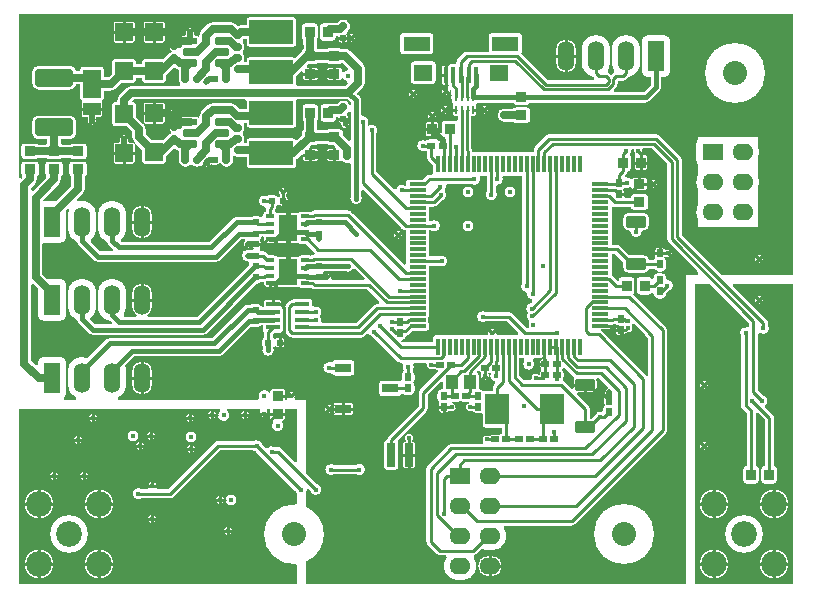
<source format=gtl>
G04 ================== begin FILE IDENTIFICATION RECORD ==================*
G04 Layout Name:  M:/TDP4/Data Logger Full/allegro/datalogger.brd*
G04 Film Name:    datalogger.GTL*
G04 File Format:  Gerber RS274X*
G04 File Origin:  Cadence Allegro 17.2-S055*
G04 Origin Date:  Mon Mar 22 02:40:34 2021*
G04 *
G04 Layer:  VIA CLASS/TOP*
G04 Layer:  PIN/TOP*
G04 Layer:  ETCH/TOP*
G04 *
G04 Offset:    (0.00 0.00)*
G04 Mirror:    No*
G04 Mode:      Positive*
G04 Rotation:  0*
G04 FullContactRelief:  No*
G04 UndefLineWidth:     10.00*
G04 ================== end FILE IDENTIFICATION RECORD ====================*
%FSLAX25Y25*MOIN*%
%IR0*IPPOS*OFA0.00000B0.00000*MIA0B0*SFA1.00000B1.00000*%
%AMMACRO15*
4,1,40,.06299,-.01969,
.06299,.01969,
.062841,.021399,
.062397,.023055,
.061672,.02461,
.060688,.026015,
.059475,.027228,
.05807,.028212,
.056515,.028937,
.054859,.029381,
.05315,.02953,
-.05315,.02953,
-.054859,.029381,
-.056515,.028937,
-.05807,.028212,
-.059475,.027228,
-.060688,.026015,
-.061672,.02461,
-.062397,.023055,
-.062841,.021399,
-.06299,.01969,
-.06299,-.01969,
-.062841,-.021399,
-.062397,-.023055,
-.061672,-.02461,
-.060688,-.026015,
-.059475,-.027228,
-.05807,-.028212,
-.056515,-.028937,
-.054859,-.029381,
-.05315,-.02953,
.05315,-.02953,
.054859,-.029381,
.056515,-.028937,
.05807,-.028212,
.059475,-.027228,
.060688,-.026015,
.061672,-.02461,
.062397,-.023055,
.062841,-.021399,
.06299,-.01969,
0.0*
%
%ADD15MACRO15*%
%AMMACRO49*
4,1,44,-.03346,.00984,
-.03346,-.00984,
-.033316,-.011549,
-.032873,-.013206,
-.032149,-.014761,
-.031166,-.016166,
-.029954,-.01738,
-.028549,-.018364,
-.026995,-.01909,
-.025339,-.019535,
-.02363,-.019685,
-.02362,-.01968,
.02362,-.01968,
.025329,-.019536,
.026986,-.019093,
.028541,-.018369,
.029946,-.017386,
.03116,-.016174,
.032144,-.014769,
.03287,-.013215,
.033315,-.011559,
.033465,-.00985,
.03346,-.00984,
.03346,.00984,
.033316,.011549,
.032873,.013206,
.032149,.014761,
.031166,.016166,
.029954,.01738,
.028549,.018364,
.026995,.01909,
.025339,.019535,
.02363,.019685,
.02362,.01968,
-.02362,.01968,
-.025329,.019536,
-.026986,.019093,
-.028541,.018369,
-.029946,.017386,
-.03116,.016174,
-.032144,.014769,
-.03287,.013215,
-.033315,.011559,
-.033465,.00985,
-.03346,.00984,
0.0*
%
%ADD49MACRO49*%
%ADD12O,.055X.1*%
%ADD13R,.055X.1*%
%ADD25C,.08*%
%AMMACRO30*
4,1,44,-.00531,-.01141,
.00531,-.01141,
.006199,-.011338,
.007061,-.011108,
.007871,-.010732,
.008602,-.01022,
.009234,-.00959,
.009747,-.008859,
.010125,-.008051,
.010356,-.007189,
.010435,-.0063,
.01043,-.00629,
.01043,.00629,
.010358,.007179,
.010128,.008041,
.009752,.008851,
.00924,.009582,
.00861,.010214,
.007879,.010727,
.007071,.011105,
.006209,.011336,
.00532,.011415,
.00531,.01141,
-.00531,.01141,
-.006199,.011338,
-.007061,.011108,
-.007871,.010732,
-.008602,.01022,
-.009234,.00959,
-.009747,.008859,
-.010125,.008051,
-.010356,.007189,
-.010435,.0063,
-.01043,.00629,
-.01043,-.00629,
-.010358,-.007179,
-.010128,-.008041,
-.009752,-.008851,
-.00924,-.009582,
-.00861,-.010214,
-.007879,-.010727,
-.007071,-.011105,
-.006209,-.011336,
-.00532,-.011415,
-.00531,-.01141,
0.0*
%
%ADD30MACRO30*%
%AMMACRO22*
4,1,44,.01141,-.00531,
.01141,.00531,
.011338,.006199,
.011108,.007061,
.010732,.007871,
.01022,.008602,
.00959,.009234,
.008859,.009747,
.008051,.010125,
.007189,.010356,
.0063,.010435,
.00629,.01043,
-.00629,.01043,
-.007179,.010358,
-.008041,.010128,
-.008851,.009752,
-.009582,.00924,
-.010214,.00861,
-.010727,.007879,
-.011105,.007071,
-.011336,.006209,
-.011415,.00532,
-.01141,.00531,
-.01141,-.00531,
-.011338,-.006199,
-.011108,-.007061,
-.010732,-.007871,
-.01022,-.008602,
-.00959,-.009234,
-.008859,-.009747,
-.008051,-.010125,
-.007189,-.010356,
-.0063,-.010435,
-.00629,-.01043,
.00629,-.01043,
.007179,-.010358,
.008041,-.010128,
.008851,-.009752,
.009582,-.00924,
.010214,-.00861,
.010727,-.007879,
.011105,-.007071,
.011336,-.006209,
.011415,-.00532,
.01141,-.00531,
0.0*
%
%ADD22MACRO22*%
%ADD11C,.01772*%
%AMMACRO20*
4,1,40,-.01771,-.01181,
.01771,-.01181,
.018736,-.01172,
.019731,-.011454,
.020665,-.011018,
.021509,-.010427,
.022237,-.009699,
.022828,-.008855,
.023264,-.007921,
.02353,-.006926,
.02362,-.0059,
.02362,.0059,
.02353,.006926,
.023264,.007921,
.022828,.008855,
.022237,.009699,
.021509,.010427,
.020665,.011018,
.019731,.011454,
.018736,.01172,
.01771,.01181,
-.01771,.01181,
-.018736,.01172,
-.019731,.011454,
-.020665,.011018,
-.021509,.010427,
-.022237,.009699,
-.022828,.008855,
-.023264,.007921,
-.02353,.006926,
-.02362,.0059,
-.02362,-.0059,
-.02353,-.006926,
-.023264,-.007921,
-.022828,-.008855,
-.022237,-.009699,
-.021509,-.010427,
-.020665,-.011018,
-.019731,-.011454,
-.018736,-.01172,
-.01771,-.01181,
0.0*
%
%ADD20MACRO20*%
%ADD10C,.08583*%
%ADD47R,.07874X.10236*%
%AMMACRO44*
4,1,44,-.00787,-.01141,
.00787,-.01141,
.008896,-.011325,
.009891,-.011059,
.010825,-.010623,
.011669,-.010032,
.012397,-.009304,
.012988,-.00846,
.013424,-.007526,
.01369,-.006531,
.01378,-.005505,
.01378,-.0055,
.01378,.0055,
.013691,.006526,
.013425,.007522,
.012991,.008456,
.012401,.0093,
.011673,.010029,
.010829,.010621,
.009896,.011057,
.008901,.011324,
.007875,.011415,
.00787,.01141,
-.00787,.01141,
-.008896,.011325,
-.009891,.011059,
-.010825,.010623,
-.011669,.010032,
-.012397,.009304,
-.012988,.00846,
-.013424,.007526,
-.01369,.006531,
-.01378,.005505,
-.01378,.0055,
-.01378,-.0055,
-.013691,-.006526,
-.013425,-.007522,
-.012991,-.008456,
-.012401,-.0093,
-.011673,-.010029,
-.010829,-.010621,
-.009896,-.011057,
-.008901,-.011324,
-.007875,-.011415,
-.00787,-.01141,
0.0*
%
%ADD44MACRO44*%
%AMMACRO34*
4,1,44,.01141,-.00787,
.01141,.00787,
.011325,.008896,
.011059,.009891,
.010623,.010825,
.010032,.011669,
.009304,.012397,
.00846,.012988,
.007526,.013424,
.006531,.01369,
.005505,.01378,
.0055,.01378,
-.0055,.01378,
-.006526,.013691,
-.007522,.013425,
-.008456,.012991,
-.0093,.012401,
-.010029,.011673,
-.010621,.010829,
-.011057,.009896,
-.011324,.008901,
-.011415,.007875,
-.01141,.00787,
-.01141,-.00787,
-.011325,-.008896,
-.011059,-.009891,
-.010623,-.010825,
-.010032,-.011669,
-.009304,-.012397,
-.00846,-.012988,
-.007526,-.013424,
-.006531,-.01369,
-.005505,-.01378,
-.0055,-.01378,
.0055,-.01378,
.006526,-.013691,
.007522,-.013425,
.008456,-.012991,
.0093,-.012401,
.010029,-.011673,
.010621,-.010829,
.011057,-.009896,
.011324,-.008901,
.011415,-.007875,
.01141,-.00787,
0.0*
%
%ADD34MACRO34*%
%ADD45R,.00787X.02756*%
%AMMACRO29*
4,1,44,-.01339,.0063,
.01339,.0063,
.013663,.006276,
.013928,.006204,
.014176,.006088,
.0144,.00593,
.014594,.005736,
.014751,.005511,
.014866,.005263,
.014937,.004998,
.01496,.004725,
.01496,.00472,
.01496,-.00472,
.014937,-.004993,
.014868,-.005258,
.014753,-.005507,
.014597,-.005733,
.014404,-.005927,
.01418,-.006086,
.013932,-.006203,
.013668,-.006275,
.013395,-.0063,
.01339,-.0063,
-.01339,-.0063,
-.013663,-.006276,
-.013928,-.006204,
-.014176,-.006088,
-.0144,-.00593,
-.014594,-.005736,
-.014751,-.005511,
-.014866,-.005263,
-.014937,-.004998,
-.01496,-.004725,
-.01496,-.00472,
-.01496,.00472,
-.014937,.004993,
-.014868,.005258,
-.014753,.005507,
-.014597,.005733,
-.014404,.005927,
-.01418,.006086,
-.013932,.006203,
-.013668,.006275,
-.013395,.0063,
-.01339,.0063,
0.0*
%
%ADD29MACRO29*%
%ADD23R,.14567X.07874*%
%AMMACRO48*
4,1,44,.03346,-.00984,
.03346,.00984,
.033316,.011549,
.032873,.013206,
.032149,.014761,
.031166,.016166,
.029954,.01738,
.028549,.018364,
.026995,.01909,
.025339,.019535,
.02363,.019685,
.02362,.01968,
-.02362,.01968,
-.025329,.019536,
-.026986,.019093,
-.028541,.018369,
-.029946,.017386,
-.03116,.016174,
-.032144,.014769,
-.03287,.013215,
-.033315,.011559,
-.033465,.00985,
-.03346,.00984,
-.03346,-.00984,
-.033316,-.011549,
-.032873,-.013206,
-.032149,-.014761,
-.031166,-.016166,
-.029954,-.01738,
-.028549,-.018364,
-.026995,-.01909,
-.025339,-.019535,
-.02363,-.019685,
-.02362,-.01968,
.02362,-.01968,
.025329,-.019536,
.026986,-.019093,
.028541,-.018369,
.029946,-.017386,
.03116,-.016174,
.032144,-.014769,
.03287,-.013215,
.033315,-.011559,
.033465,-.00985,
.03346,-.00984,
0.0*
%
%ADD48MACRO48*%
%ADD16R,.06X.06*%
%ADD38O,.07X.055*%
%ADD31R,.032X.038*%
%ADD14R,.038X.032*%
%ADD39R,.07X.055*%
%ADD32R,.05512X.0315*%
%AMMACRO27*
4,1,44,-.01141,.00531,
-.01141,-.00531,
-.011338,-.006199,
-.011108,-.007061,
-.010732,-.007871,
-.01022,-.008602,
-.00959,-.009234,
-.008859,-.009747,
-.008051,-.010125,
-.007189,-.010356,
-.0063,-.010435,
-.00629,-.01043,
.00629,-.01043,
.007179,-.010358,
.008041,-.010128,
.008851,-.009752,
.009582,-.00924,
.010214,-.00861,
.010727,-.007879,
.011105,-.007071,
.011336,-.006209,
.011415,-.00532,
.01141,-.00531,
.01141,.00531,
.011338,.006199,
.011108,.007061,
.010732,.007871,
.01022,.008602,
.00959,.009234,
.008859,.009747,
.008051,.010125,
.007189,.010356,
.0063,.010435,
.00629,.01043,
-.00629,.01043,
-.007179,.010358,
-.008041,.010128,
-.008851,.009752,
-.009582,.00924,
-.010214,.00861,
-.010727,.007879,
-.011105,.007071,
-.011336,.006209,
-.011415,.00532,
-.01141,.00531,
0.0*
%
%ADD27MACRO27*%
%ADD35R,.05807X.01181*%
%ADD21R,.04724X.02362*%
%AMMACRO19*
4,1,44,.00531,.01141,
-.00531,.01141,
-.006199,.011338,
-.007061,.011108,
-.007871,.010732,
-.008602,.01022,
-.009234,.00959,
-.009747,.008859,
-.010125,.008051,
-.010356,.007189,
-.010435,.0063,
-.01043,.00629,
-.01043,-.00629,
-.010358,-.007179,
-.010128,-.008041,
-.009752,-.008851,
-.00924,-.009582,
-.00861,-.010214,
-.007879,-.010727,
-.007071,-.011105,
-.006209,-.011336,
-.00532,-.011415,
-.00531,-.01141,
.00531,-.01141,
.006199,-.011338,
.007061,-.011108,
.007871,-.010732,
.008602,-.01022,
.009234,-.00959,
.009747,-.008859,
.010125,-.008051,
.010356,-.007189,
.010435,-.0063,
.01043,-.00629,
.01043,.00629,
.010358,.007179,
.010128,.008041,
.009752,.008851,
.00924,.009582,
.00861,.010214,
.007879,.010727,
.007071,.011105,
.006209,.011336,
.00532,.011415,
.00531,.01141,
0.0*
%
%ADD19MACRO19*%
%ADD43R,.01181X.05807*%
%ADD17R,.05906X.04134*%
%ADD46R,.01575X.05315*%
%ADD26R,.04724X.01772*%
%ADD36R,.09055X.05118*%
%AMMACRO24*
4,1,40,.01771,.01181,
-.01771,.01181,
-.018736,.01172,
-.019731,.011454,
-.020665,.011018,
-.021509,.010427,
-.022237,.009699,
-.022828,.008855,
-.023264,.007921,
-.02353,.006926,
-.02362,.0059,
-.02362,-.0059,
-.02353,-.006926,
-.023264,-.007921,
-.022828,-.008855,
-.022237,-.009699,
-.021509,-.010427,
-.020665,-.011018,
-.019731,-.011454,
-.018736,-.01172,
-.01771,-.01181,
.01771,-.01181,
.018736,-.01172,
.019731,-.011454,
.020665,-.011018,
.021509,-.010427,
.022237,-.009699,
.022828,-.008855,
.023264,-.007921,
.02353,-.006926,
.02362,-.0059,
.02362,.0059,
.02353,.006926,
.023264,.007921,
.022828,.008855,
.022237,.009699,
.021509,.010427,
.020665,.011018,
.019731,.011454,
.018736,.01172,
.01771,.01181,
0.0*
%
%ADD24MACRO24*%
%ADD42R,.03937X.04921*%
%AMMACRO41*
4,1,44,-.01141,.00787,
-.01141,-.00787,
-.011325,-.008896,
-.011059,-.009891,
-.010623,-.010825,
-.010032,-.011669,
-.009304,-.012397,
-.00846,-.012988,
-.007526,-.013424,
-.006531,-.01369,
-.005505,-.01378,
-.0055,-.01378,
.0055,-.01378,
.006526,-.013691,
.007522,-.013425,
.008456,-.012991,
.0093,-.012401,
.010029,-.011673,
.010621,-.010829,
.011057,-.009896,
.011324,-.008901,
.011415,-.007875,
.01141,-.00787,
.01141,.00787,
.011325,.008896,
.011059,.009891,
.010623,.010825,
.010032,.011669,
.009304,.012397,
.00846,.012988,
.007526,.013424,
.006531,.01369,
.005505,.01378,
.0055,.01378,
-.0055,.01378,
-.006526,.013691,
-.007522,.013425,
-.008456,.012991,
-.0093,.012401,
-.010029,.011673,
-.010621,.010829,
-.011057,.009896,
-.011324,.008901,
-.011415,.007875,
-.01141,.00787,
0.0*
%
%ADD41MACRO41*%
%ADD37R,.06299X.05512*%
%ADD28R,.05906X.09055*%
%AMMACRO40*
4,1,44,.00787,.01141,
-.00787,.01141,
-.008896,.011325,
-.009891,.011059,
-.010825,.010623,
-.011669,.010032,
-.012397,.009304,
-.012988,.00846,
-.013424,.007526,
-.01369,.006531,
-.01378,.005505,
-.01378,.0055,
-.01378,-.0055,
-.013691,-.006526,
-.013425,-.007522,
-.012991,-.008456,
-.012401,-.0093,
-.011673,-.010029,
-.010829,-.010621,
-.009896,-.011057,
-.008901,-.011324,
-.007875,-.011415,
-.00787,-.01141,
.00787,-.01141,
.008896,-.011325,
.009891,-.011059,
.010825,-.010623,
.011669,-.010032,
.012397,-.009304,
.012988,-.00846,
.013424,-.007526,
.01369,-.006531,
.01378,-.005505,
.01378,-.0055,
.01378,.0055,
.013691,.006526,
.013425,.007522,
.012991,.008456,
.012401,.0093,
.011673,.010029,
.010829,.010621,
.009896,.011057,
.008901,.011324,
.007875,.011415,
.00787,.01141,
0.0*
%
%ADD40MACRO40*%
%ADD33R,.02756X.07874*%
%ADD18R,.05906X.09449*%
%ADD50C,.01*%
%ADD51C,.02*%
%ADD52C,.015*%
%ADD53C,.025*%
%ADD54C,.01155*%
%ADD60O,.06504X.11004*%
%ADD56C,.02776*%
%ADD58C,.03776*%
%ADD55C,.09586*%
%ADD59C,.20006*%
%ADD57C,.12586*%
G75*
%LPD*%
G75*
G36*
G01X-139499Y-100399D02*
Y-42100D01*
X-72803D01*
G02X-72556Y-42815I0J-400D01*
G03X-70226I1165J-1485D01*
G02X-69979Y-42100I247J315D01*
G01X-59425D01*
G02X-59129Y-42768I-1J-400D01*
G03X-57071I1029J-932D01*
G02X-56775Y-42100I297J268D01*
G01X-55802D01*
Y-45300D01*
G03X-55300Y-45802I502J0D01*
G01X-55129D01*
G02X-54827Y-46463I0J-400D01*
G03X-51973I1427J-1237D01*
G02X-51671Y-45802I302J261D01*
G01X-51500D01*
G03X-50998Y-45300I0J502D01*
G01Y-42100D01*
X-46900D01*
Y-59711D01*
G02X-47583Y-59994I-400J0D01*
G01X-52647Y-54930D01*
X-54255D01*
G03X-56869Y-55245I-1145J-1501D01*
G02X-57463Y-55277I-311J251D01*
G01X-58528Y-54212D01*
X-58538Y-54149D01*
G03X-61545Y-52962I-1862J-314D01*
G01X-73886D01*
X-89814Y-68890D01*
X-93591D01*
G02X-93951Y-68315I0J400D01*
G03X-96449I-1249J606D01*
G02X-96809Y-68890I-360J-175D01*
G01X-98655D01*
G03Y-71892I-1145J-1501D01*
G01X-88570D01*
X-72642Y-55964D01*
X-61545D01*
G03X-60714Y-56325I1146J1501D01*
G01X-60651Y-56335D01*
X-47454Y-69532D01*
X-47444Y-69595D01*
G03X-46900Y-70633I1862J314D01*
G01Y-73522D01*
G02X-47327Y-73921I-400J0D01*
G03Y-93879I-673J-9979D01*
G02X-46900Y-94278I27J-399D01*
G01Y-100399D01*
X-139499D01*
G37*
G36*
G01X68111Y42402D02*
G02X67795Y43047I0J400D01*
G03X68053Y44209I-1095J853D01*
G02X68443Y44698I390J89D01*
G01X71278D01*
X76498Y39478D01*
Y14400D01*
G03X76938Y13338I1502J0D01*
G01X86992Y3284D01*
G02X86709Y2602I-283J-282D01*
G01X82798D01*
Y-100399D01*
X-43898D01*
Y-93023D01*
G03Y-74777I-4102J9123D01*
G01Y-70136D01*
G03X-43701Y-69121I-1684J854D01*
G02X-43019Y-68804I399J34D01*
G01X-42572Y-69251D01*
X-42562Y-69314D01*
G03X-40700Y-70888I1862J314D01*
G03X-38812Y-69000I0J1888D01*
G03X-40386Y-67138I-1888J0D01*
G01X-40449Y-67128D01*
X-43898Y-63678D01*
Y-39098D01*
X-47517D01*
G02X-47849Y-38475I0J400D01*
G03X-47612Y-37700I-1151J776D01*
G03X-50388I-1388J0D01*
G03X-50151Y-38475I1388J1D01*
G02X-50483Y-39098I-332J-223D01*
G01X-50998D01*
Y-36100D01*
G03X-51500Y-35598I-502J0D01*
G01X-55300D01*
G03X-55802Y-36100I0J-502D01*
G01Y-36839D01*
X-56116D01*
X-56174Y-36741D01*
G03X-59499Y-38524I-1626J-959D01*
G02X-59858Y-39098I-360J-174D01*
G01X-106380D01*
G02X-106552Y-38338I1J400D01*
G03X-103848Y-34050I-2048J4288D01*
G01Y-29550D01*
G03X-104238Y-27665I-4752J0D01*
G01X-101125Y-24552D01*
X-72983D01*
G03X-71745Y-24038I-1J1751D01*
G01X-62368Y-14662D01*
X-62225D01*
X-62174Y-14696D01*
G03X-61330Y-14954I845J1255D01*
G01X-60070D01*
G03X-58778Y-14227I-1J1513D01*
G01X-58720Y-14132D01*
X-58384D01*
Y-15826D01*
G03X-58010Y-16606I1001J0D01*
G01Y-18209D01*
G03X-58554Y-19370I969J-1162D01*
G01Y-20630D01*
G03X-58375Y-21342I1513J2D01*
G01X-58352Y-21386D01*
Y-21894D01*
X-58365Y-21929D01*
G03X-58488Y-22600I1765J-670D01*
G03X-54712I1888J0D01*
G03X-54835Y-21929I-1888J1D01*
G01X-54848Y-21894D01*
Y-21639D01*
X-54804Y-21584D01*
G03X-54649Y-21354I-1172J957D01*
G02X-53994Y-21286I351J-192D01*
G03X-53223Y-21642I771J657D01*
G01X-52159D01*
G03X-51146Y-20630I0J1013D01*
G01Y-19370D01*
G03X-52159Y-18358I-1013J-1D01*
G01X-53223D01*
G03X-53994Y-18714I0J-1013D01*
G02X-54649Y-18646I-304J260D01*
G03X-55008Y-18209I-1328J-725D01*
G01Y-17049D01*
X-54785Y-16826D01*
X-52659D01*
G03X-51658Y-15825I0J1001D01*
G01Y-14051D01*
G03X-51738Y-13660I-1001J-1D01*
G03X-51658Y-13266I-921J392D01*
G01Y-11494D01*
G03X-51738Y-11100I-1001J2D01*
G03X-51658Y-10706I-921J392D01*
G01Y-8934D01*
G03X-52158Y-8067I-1002J0D01*
G01Y-6375D01*
G03X-52659Y-5874I-501J0D01*
G01X-57383D01*
G03X-57884Y-6375I0J-501D01*
G01Y-8067D01*
X-57887Y-8068D01*
X-58633D01*
X-58686Y-7949D01*
G03X-60070Y-7046I-1385J-610D01*
G01X-61330D01*
G03X-62224Y-7340I2J-1513D01*
G01X-63392D01*
G03X-64630Y-7853I0J-1750D01*
G01X-75226Y-18448D01*
X-109250D01*
G03X-110488Y-18962I1J-1751D01*
G01X-116714Y-25187D01*
X-116836Y-25138D01*
G03X-123352Y-29550I-1764J-4412D01*
G01Y-34050D01*
G03X-120648Y-38338I4752J0D01*
G02X-120820Y-39098I-173J-360D01*
G01X-124380D01*
G02X-124624Y-38382I1J400D01*
G03X-123848Y-36800I-1226J1583D01*
G01Y-26800D01*
G03X-125850Y-24798I-2002J0D01*
G01X-131350D01*
G03X-133352Y-26800I0J-2002D01*
G01Y-27399D01*
G02X-134034Y-27682I-400J0D01*
G01X-135548Y-26167D01*
Y-751D01*
G02X-134866Y-468I400J0D01*
G01X-133352Y-1983D01*
Y-10800D01*
G03X-131350Y-12802I2002J0D01*
G01X-125850D01*
G03X-123848Y-10800I0J2002D01*
G01Y-800D01*
G03X-125850Y1202I-2002J0D01*
G01X-130167D01*
X-131848Y2883D01*
Y12801D01*
G02X-131432Y13200I400J0D01*
G03X-131350Y13198I90J2000D01*
G01X-125850D01*
G03X-123848Y15200I0J2002D01*
G01Y24017D01*
X-123127Y24739D01*
X-122888Y24501D01*
X-122944Y24375D01*
G03X-123352Y22450I4344J-1926D01*
G01Y17950D01*
G03X-120309Y13516I4752J0D01*
G03X-119838Y12662I1708J385D01*
G01X-114538Y7362D01*
G03X-113300Y6848I1239J1237D01*
G01X-73999D01*
G03X-72761Y7362I-1J1751D01*
G01X-65583Y14540D01*
X-64494D01*
G02X-64227Y13842I0J-400D01*
G03X-62560Y11635I927J-1033D01*
G02X-62059Y11574I213J-338D01*
G03X-61782Y11371I729J704D01*
G01X-61672Y11316D01*
Y10999D01*
G03X-61702Y10992I329J-1480D01*
G01X-63309D01*
G03Y6990I0J-2001D01*
G01X-63162D01*
G02X-62779Y6475I0J-400D01*
G03X-62842Y6041I1450J-432D01*
G01Y5941D01*
X-80232Y-11448D01*
X-96516D01*
G02X-96744Y-10720I0J400D01*
G03X-95348Y-8050I-1855J2670D01*
G01Y-3550D01*
G03X-101852I-3252J0D01*
G01Y-8050D01*
G03X-100456Y-10720I3251J0D01*
G02X-100684Y-11448I-228J-328D01*
G01X-104411D01*
G02X-104736Y-10816I0J400D01*
G03X-103848Y-8050I-3864J2766D01*
G01Y-3550D01*
G03X-113352I-4752J0D01*
G01Y-8050D01*
G03X-109170Y-12767I4751J0D01*
G01X-109102Y-12775D01*
X-108611Y-13266D01*
G02X-108894Y-13948I-283J-282D01*
G01X-114375D01*
X-115836Y-12487D01*
G02X-115790Y-11881I283J283D01*
G03X-113848Y-8050I-2810J3832D01*
G01Y-3550D01*
G03X-123352I-4752J0D01*
G01Y-8050D01*
G03X-120330Y-12475I4751J0D01*
G03X-119838Y-13438I1729J276D01*
G01X-116338Y-16938D01*
G03X-115100Y-17452I1239J1237D01*
G01X-78189D01*
G03X-76951Y-16938I-1J1751D01*
G01X-60366Y-354D01*
X-60070D01*
G03X-58909Y190I-1J1513D01*
G01X-57944D01*
Y-710D01*
G03X-57285Y-1370I659J-1D01*
G01X-54607D01*
G03X-53953Y-789I0J659D01*
G01X-53932Y-613D01*
X-53554D01*
Y-928D01*
G03X-53053Y-1429I501J0D01*
G01X-47147D01*
G03X-46933Y-1381I0J501D01*
G02X-46462Y-1478I171J-362D01*
G03X-45594Y-1870I869J767D01*
G01X-42915D01*
G03X-42497Y-1792I0J1158D01*
G01X-42375Y-1745D01*
X-42259Y-1862D01*
G03X-41197Y-2302I1062J1062D01*
G01X-23523D01*
X-19392Y-6433D01*
G02X-19674Y-7116I-283J-283D01*
G01X-20241D01*
G03X-21301Y-7555I1J-1501D01*
G01X-27183Y-13438D01*
X-38488D01*
G02X-38871Y-12923I0J400D01*
G03X-39291Y-11100I-1808J543D01*
G03X-41287Y-8033I-1388J1280D01*
G02X-41816Y-7654I-129J379D01*
G01Y-6375D01*
G03X-42817Y-5374I-1001J0D01*
G01X-47541D01*
G03X-48276Y-5695I0J-1002D01*
G01X-48336Y-5760D01*
X-48543D01*
G03X-49603Y-6199I1J-1501D01*
G01X-50562Y-7158D01*
G03X-51002Y-8220I1062J-1062D01*
G01Y-15900D01*
G03X-50562Y-16962I1502J0D01*
G01X-49562Y-17962D01*
G03X-48500Y-18402I1062J1062D01*
G01X-25500D01*
G03X-24438Y-17962I0J1502D01*
G01X-23567Y-17091D01*
G02X-22911Y-17230I283J-283D01*
G03X-21464Y-18412I1761J680D01*
G01X-21401Y-18422D01*
X-13493Y-26331D01*
G03X-12433Y-26770I1061J1062D01*
G01X-11943D01*
G02X-11586Y-27350I0J-400D01*
G03X-11447Y-29282I1686J-850D01*
G01X-11411Y-29397D01*
X-11481Y-29549D01*
G03X-12042Y-30761I1031J-1213D01*
G01Y-32337D01*
G03X-12039Y-32447I1592J-12D01*
G02X-12618Y-32831I-399J-27D01*
G03X-13070Y-32724I-450J-894D01*
G01X-18582D01*
G03X-19584Y-33725I0J-1002D01*
G01Y-36875D01*
G03X-18584Y-37876I1001J0D01*
G01X-13070D01*
G03X-12171Y-37316I0J1002D01*
G02X-11538Y-37200I359J-176D01*
G03X-10450Y-37630I1089J1163D01*
G01X-9350D01*
G03X-7758Y-36039I0J1592D01*
G01Y-34461D01*
G03X-8164Y-33400I-1592J-1D01*
G03X-7758Y-32339I-1186J1062D01*
G01Y-30761D01*
G03X-8319Y-29549I-1592J-1D01*
G01X-8389Y-29397D01*
X-8353Y-29282D01*
G03X-8214Y-27350I-1547J1082D01*
G02X-7857Y-26770I357J180D01*
G01X-3950D01*
G02X-3561Y-27267I1J-400D01*
G03X-1410Y-28731I1347J-333D01*
G02X-1130Y-28779I116J-163D01*
G03X-237Y-29242I893J630D01*
G01X1D01*
G02X143Y-29584I1J-200D01*
G01X-5962Y-35688D01*
G03X-6402Y-36750I1062J-1062D01*
G01Y-41335D01*
X-16568Y-51501D01*
G03X-17007Y-52569I1062J-1061D01*
G03X-17886Y-53563I123J-994D01*
G01Y-61437D01*
G03X-16886Y-62438I1001J0D01*
G01X-14128D01*
G03X-13126Y-61437I0J1002D01*
G01Y-53563D01*
G03X-13408Y-52867I-1002J-1D01*
G01X-13545Y-52725D01*
X-3838Y-43019D01*
G03X-3398Y-41957I-1062J1062D01*
G01Y-37372D01*
X1047Y-32927D01*
G02X1730Y-33209I283J-283D01*
G01Y-35520D01*
X1450D01*
G03X-142Y-37111I0J-1592D01*
G01Y-38688D01*
G03X485Y-39954I1592J0D01*
G01X564Y-40113D01*
X532Y-40221D01*
G03X358Y-40812I918J-591D01*
G01Y-42387D01*
G03X1450Y-43480I1093J0D01*
G01X2550D01*
G03X3466Y-42982I-1J1093D01*
G02X3980Y-42842I335J-218D01*
G03X4850Y-40235I620J1242D01*
G02X4900Y-39838I36J197D01*
G03X5013Y-39842I113J1588D01*
G01X6589D01*
G03X7650Y-39436I-1J1592D01*
G03X8711Y-39842I1062J1186D01*
G01X10287D01*
G03X10400Y-39838I0J1592D01*
G02X10450Y-40235I14J-200D01*
G03X11320Y-42842I250J-1365D01*
G02X11834Y-42982I179J-358D01*
G03X12750Y-43480I917J595D01*
G01X13850D01*
G03X14331Y-43368I-1J1093D01*
G02X14906Y-43727I175J-359D01*
G01Y-47418D01*
G03X15908Y-48420I1002J0D01*
G01X21248D01*
Y-50327D01*
G03X20696Y-50785I715J-1423D01*
G01X20537Y-50864D01*
X20429Y-50832D01*
G03X19838Y-50658I-591J-918D01*
G01X18263D01*
G03X17370Y-51121I0J-1093D01*
G02X17090Y-51169I-164J115D01*
G03X15191Y-53153I-804J-1131D01*
G02X14875Y-53798I-316J-245D01*
G01X4400D01*
G03X3338Y-54238I0J-1502D01*
G01X-3412Y-60988D01*
G03X-3852Y-62050I1062J-1062D01*
G01Y-86350D01*
G03X-3412Y-87412I1502J0D01*
G01X-362Y-90462D01*
G03X700Y-90902I1062J1062D01*
G01X2612D01*
G02X2925Y-91550I0J-400D01*
G03X6650Y-99252I3725J-2950D01*
G01X8150D01*
G03X11843Y-91510I0J4752D01*
G02X12069Y-90867I311J252D01*
G03X12812Y-90462I-318J1467D01*
G01X14523Y-88751D01*
X14649Y-88810D01*
G03X16650Y-89252I2001J4310D01*
G01X18150D01*
G03X21946Y-81642I0J4752D01*
G02X22265Y-81002I320J240D01*
G01X44600D01*
G03X45662Y-80562I0J1502D01*
G01X75962Y-50262D01*
G03X76402Y-49200I-1062J1062D01*
G01Y-15800D01*
G03X75962Y-14738I-1502J0D01*
G01X65070Y-3847D01*
X65211Y-3706D01*
G03X65502Y-3000I-711J706D01*
G01Y800D01*
G03X64500Y1802I-1002J0D01*
G01X61300D01*
G03X60298Y800I0J-1002D01*
G01Y638D01*
G02X59957Y497I-200J1D01*
G01X58167Y2288D01*
G03X58048Y2394I-1057J-1067D01*
G03X58070Y2604I-980J209D01*
G01Y3784D01*
G03X57989Y4178I-1001J-1D01*
G03X58070Y4572I-920J395D01*
G01Y5754D01*
G03X57989Y6147I-1001J-2D01*
G03X58070Y6540I-920J395D01*
G01Y7722D01*
G03X57989Y8116I-1001J-1D01*
G03X58070Y8510I-920J395D01*
G01Y9568D01*
X59144D01*
X61752Y6959D01*
Y5128D01*
G03X63737Y3144I1985J1D01*
G01X68463D01*
G03X70363Y4556I0J1985D01*
G03X70510Y4548I155J1494D01*
G01X72027D01*
G03X73450Y3670I1423J714D01*
G01X74550D01*
G03X76142Y5261I0J1592D01*
G01Y6838D01*
G03X75515Y8104I-1592J0D01*
G01X75436Y8263D01*
X75468Y8371D01*
G03X75543Y8508I-918J592D01*
G02X75835Y8592I182J-83D01*
G03X75980Y10992I765J1158D01*
G02X75466Y11132I-179J358D01*
G03X74550Y11630I-917J-595D01*
G01X73450D01*
G03X72358Y10539I0J-1092D01*
G01Y8962D01*
G03X72532Y8371I1092J0D01*
G01X72564Y8263D01*
X72485Y8104D01*
G03X72027Y7552I965J-1267D01*
G01X70878D01*
X70852Y7559D01*
G03X70447Y7614I-403J-1446D01*
G01X70379D01*
G03X68463Y9082I-1916J-517D01*
G01X63876D01*
X60828Y12131D01*
G03X59768Y12570I-1061J-1062D01*
G01X58070D01*
Y13628D01*
G03X57989Y14022I-1001J-1D01*
G03X58070Y14416I-920J395D01*
G01Y15596D01*
G03X57989Y15990I-1001J-1D01*
G03X58070Y16384I-920J395D01*
G01Y17564D01*
G03X57989Y17958I-1001J-1D01*
G03X58070Y18352I-920J395D01*
G01Y19534D01*
G03X57989Y19927I-1001J-2D01*
G03X58070Y20320I-920J395D01*
G01Y21502D01*
G03X57989Y21896I-1001J-1D01*
G03X58070Y22290I-920J395D01*
G01Y23470D01*
G03X57989Y23864I-1001J-1D01*
G03X58070Y24258I-920J395D01*
G01Y25003D01*
G02X58601Y25381I400J0D01*
G03X59091Y25298I492J1419D01*
G01X64287D01*
X64302Y25115D01*
G03X65300Y24198I998J85D01*
G01X69100D01*
G03X70102Y25200I0J1002D01*
G01Y28400D01*
G03X69100Y29402I-1002J0D01*
G01X65300D01*
G03X64302Y28485I0J-1002D01*
G01X64287Y28302D01*
X62341D01*
G02X61942Y28718I0J400D01*
G01Y30338D01*
G03X61768Y30929I-1092J0D01*
G01X61736Y31037D01*
X61815Y31196D01*
G03X62136Y31524I-966J1266D01*
G03X64137Y31823I765J1726D01*
G02X64798Y31521I261J-302D01*
G01Y31200D01*
G03X65300Y30698I502J0D01*
G01X69100D01*
G03X69602Y31200I0J502D01*
G01Y34400D01*
G03X69100Y34902I-502J0D01*
G01X65300D01*
G03X64869Y34656I1J-502D01*
G02X64241Y34579I-344J205D01*
G03X62839Y35137I-1341J-1329D01*
G02X62543Y35820I-13J400D01*
G01X62762Y36038D01*
G03X63191Y36925I-1062J1061D01*
G01X63375Y37101D01*
G03X64302Y38100I-75J999D01*
G01Y41900D01*
G03X64042Y42572I-1002J-1D01*
G03X64559Y44229I-1342J1328D01*
G02X64953Y44698I394J69D01*
G01X64957D01*
G02X65347Y44209I0J-400D01*
G03X65769Y42870I1353J-310D01*
G02X65767Y42275I-268J-297D01*
G03X65598Y41900I333J-376D01*
G01Y38100D01*
G03X66100Y37598I502J0D01*
G01X69300D01*
G03X69802Y38100I0J502D01*
G01Y41900D01*
G03X69300Y42402I-502J0D01*
G01X68111D01*
G37*
G36*
G01X-36375Y40366D02*
X-32575D01*
G03X-32262Y40476I-1J502D01*
G02X-31738Y40456I250J-312D01*
G03X-29522Y39953I1538J1644D01*
G02X-29002Y39572I120J-381D01*
G01Y28706D01*
X-29015Y28671D01*
G03X-29138Y28000I1765J-670D01*
G03X-25362I1888J0D01*
G03X-25485Y28671I-1888J1D01*
G01X-25498Y28706D01*
Y30574D01*
G02X-24816Y30857I400J0D01*
G01X-11786Y17826D01*
G03X-10847Y17374I1116J1117D01*
G01X-10670Y17354D01*
Y16384D01*
G03X-10589Y15990I1001J1D01*
G03X-10670Y15596I920J-395D01*
G01Y14416D01*
G03X-10589Y14022I1001J1D01*
G03X-10670Y13628I920J-395D01*
G01Y12446D01*
G03X-10589Y12053I1001J2D01*
G03X-10670Y11660I920J-395D01*
G01Y10478D01*
G03X-10589Y10084I1001J1D01*
G03X-10670Y9690I920J-395D01*
G01Y8510D01*
G03X-10589Y8116I1001J1D01*
G03X-10670Y7722I920J-395D01*
G01Y6540D01*
G03X-10589Y6147I1001J2D01*
G03X-10616Y6078I918J-399D01*
G02X-11277Y5925I-378J130D01*
G01X-29013Y23662D01*
G03X-30075Y24102I-1062J-1062D01*
G01X-41000D01*
G03X-42062Y23662I0J-1502D01*
G01X-42183Y23540D01*
X-42380D01*
X-42421Y23560D01*
G03X-42915Y23670I-493J-1049D01*
G01X-45594D01*
G03X-46462Y23278I1J-1159D01*
G02X-46933Y23181I-300J265D01*
G03X-47147Y23229I-214J-453D01*
G01X-53053D01*
G03X-53267Y23181I0J-501D01*
G02X-53738Y23278I-171J362D01*
G03X-54298Y23628I-869J-767D01*
G01X-54444Y23669D01*
Y23908D01*
X-54356Y23996D01*
G03X-53916Y25058I-1062J1062D01*
G01Y25406D01*
X-53853Y25465D01*
G03X-53558Y25846I-1034J1105D01*
G02X-52903Y25914I351J-192D01*
G03X-52132Y25558I771J657D01*
G01X-51068D01*
G03X-50056Y26570I-1J1012D01*
G01Y27830D01*
G03X-50462Y28641I-1013J0D01*
G02X-50530Y29216I240J320D01*
G03X-50212Y30100I-1070J884D01*
G03X-52988I-1388J0D01*
G03X-52670Y29216I1388J0D01*
G02X-52738Y28641I-308J-255D01*
G03X-52903Y28486I607J-811D01*
G02X-53558Y28554I-304J260D01*
G03X-54886Y29342I-1328J-725D01*
G01X-55950D01*
G03X-57038Y28880I0J-1513D01*
G03X-57824Y25314I-862J-1680D01*
G02X-57417Y24833I15J-400D01*
G03X-57448Y24530I1471J-304D01*
G01Y23669D01*
X-57594Y23628D01*
G03X-58444Y22512I309J-1117D01*
G01Y22108D01*
G02X-59100Y21801I-400J0D01*
G03X-60070Y22154I-971J-1160D01*
G01X-61330D01*
G03X-62224Y21860I2J-1513D01*
G01X-67090D01*
G03X-68328Y21347I0J-1750D01*
G01X-76224Y13452D01*
X-105625D01*
X-105750Y13577D01*
G02X-105711Y14178I282J283D01*
G03X-103848Y17950I-2889J3773D01*
G01Y22450D01*
G03X-113352I-4752J0D01*
G01Y17950D01*
G03X-110296Y13511I4752J0D01*
G03X-109838Y12712I1695J441D01*
G01X-108161Y11034D01*
G02X-108444Y10352I-283J-282D01*
G01X-112575D01*
X-115779Y13556D01*
G02X-115737Y14158I283J283D01*
G03X-113848Y17950I-2863J3793D01*
G01Y22450D01*
G03X-119756Y27059I-4752J0D01*
G02X-120136Y27729I-97J388D01*
G01X-118308Y29558D01*
G03X-117648Y31150I-1592J1593D01*
G01Y35167D01*
X-117540Y35223D01*
G03X-116998Y36113I-460J890D01*
G01Y39313D01*
G03X-117998Y40314I-1001J0D01*
G01X-121800D01*
G03X-122802Y39313I0J-1002D01*
G01Y36113D01*
G03X-122260Y35223I1002J0D01*
G01X-122152Y35167D01*
Y32083D01*
X-127033Y27202D01*
X-131350D01*
G03X-131391Y27201I28J-2001D01*
G01X-131476Y27199D01*
X-131678Y27401D01*
X-126308Y32771D01*
G03X-125648Y34363I-1592J1593D01*
G01Y35167D01*
X-125540Y35223D01*
G03X-124998Y36113I-460J890D01*
G01Y39313D01*
G03X-125998Y40314I-1001J0D01*
G01X-129800D01*
G03X-130802Y39313I0J-1002D01*
G01Y36113D01*
G03X-130543Y35441I1001J0D01*
G02X-130557Y34890I-297J-268D01*
G01X-134866Y30581D01*
G02X-135548Y30864I-282J283D01*
G01Y31530D01*
X-134308Y32771D01*
G03X-133648Y34363I-1592J1593D01*
G01Y35167D01*
X-133540Y35223D01*
G03X-132998Y36113I-460J890D01*
G01Y39313D01*
G03X-133998Y40314I-1001J0D01*
G01X-137800D01*
G03X-138802Y39313I0J-1002D01*
G01Y36113D01*
G03X-138543Y35441I1001J0D01*
G02X-138557Y34890I-297J-268D01*
G01X-138816Y34631D01*
G02X-139499Y34913I-283J283D01*
G01Y89499D01*
X118499D01*
Y2602D01*
X94626D01*
X81302Y15926D01*
Y40900D01*
G03X80862Y41962I-1502J0D01*
G01X73762Y49062D01*
G03X72700Y49502I-1062J-1062D01*
G01X37200D01*
G03X36138Y49062I0J-1502D01*
G01X32481Y45405D01*
G03X32042Y44345I1062J-1061D01*
G01Y43470D01*
X11422D01*
Y43943D01*
G03X11188Y44748I-1502J0D01*
G01Y55559D01*
X11398D01*
X11408Y55558D01*
G03X11460Y55556I45J499D01*
G01X12246D01*
G03X12748Y56057I1J501D01*
G01Y58813D01*
G03X12690Y59047I-501J0D01*
G02X12816Y59563I354J187D01*
G03X13127Y59909I-569J824D01*
G01X13184Y60014D01*
X24952D01*
X24995Y59872D01*
G03X25953Y59164I958J294D01*
G01X29753D01*
G03X30711Y59872I0J1002D01*
G01X30754Y60014D01*
X69365D01*
G03X70603Y60527I0J1750D01*
G01X73938Y63862D01*
G03X74452Y65100I-1237J1239D01*
G01Y68456D01*
X75450D01*
G03X77452Y70457I0J2002D01*
G01Y80457D01*
G03X75452Y82458I-2001J0D01*
G01X69950D01*
G03X67948Y80457I0J-2002D01*
G01Y70457D01*
G03X69948Y68456I2001J0D01*
G01X70948D01*
Y65825D01*
X68640Y63516D01*
X58777D01*
G02X58495Y64199I1J400D01*
G01X59512Y65216D01*
G03X59952Y66278I-1062J1062D01*
G01Y67127D01*
X60072Y67248D01*
X61702D01*
G03X62762Y67687I-1J1501D01*
G01X63619Y68545D01*
X63678Y68557D01*
G03X67452Y73207I-978J4650D01*
G01Y77707D01*
G03X57948I-4752J0D01*
G01Y73207D01*
G03X58749Y70567I4751J0D01*
G02X58634Y70009I-332J-222D01*
G03X58388Y69811I813J-1262D01*
G01X57700Y69122D01*
X57012Y69811D01*
G03X56766Y70009I-1059J-1064D01*
G02X56651Y70567I217J336D01*
G03X57452Y73207I-3950J2640D01*
G01Y77707D01*
G03X47948I-4752J0D01*
G01Y73207D01*
G03X51722Y68557I4752J0D01*
G01X51781Y68545D01*
X52241Y68084D01*
G02X51958Y67402I-283J-282D01*
G01X36722D01*
X27757Y76367D01*
X27841Y76502D01*
G03X27993Y77032I-849J530D01*
G01Y82150D01*
G03X26992Y83152I-1002J0D01*
G01X17936D01*
G03X16935Y82150I1J-1002D01*
G01Y77002D01*
X9600D01*
G03X8538Y76562I0J-1502D01*
G01X6638Y74662D01*
G03X6198Y73600I1062J-1062D01*
G01Y72818D01*
X4353D01*
G03X3479Y72305I1J-1002D01*
G03X3370Y72317I-109J-490D01*
G01X1794D01*
G03X1293Y71816I0J-501D01*
G01Y66500D01*
G03X1794Y65999I501J0D01*
G01X3370D01*
G03X3479Y66011I0J502D01*
G03X3592Y65850I873J492D01*
G01X3640Y65794D01*
Y65470D01*
G02X3093Y65091I-400J-7D01*
G03X3946Y64055I-512J-1290D01*
G01X3927Y64159D01*
X4143Y64375D01*
X4446Y64072D01*
Y61765D01*
G03X4539Y61243I1501J-2D01*
G01X4552Y61210D01*
Y60387D01*
G03X4984Y59563I1002J0D01*
G02X5110Y59047I-228J-329D01*
G03X5052Y58813I443J-234D01*
G01Y56057D01*
G03X5554Y55556I501J0D01*
G01X6340D01*
G03X6443Y55566I3J501D01*
G01X6464Y55570D01*
X6613D01*
G03X6684Y55456I909J487D01*
G01Y54223D01*
G02X6089Y53874I-400J0D01*
G03X5600Y54002I-490J-874D01*
G01X2400D01*
G03X1398Y53000I0J-1002D01*
G01Y50121D01*
G02X968Y49723I-400J1D01*
G03X582Y49699I-108J-1384D01*
G02X102Y50090I-80J392D01*
G01Y53000D01*
G03X-400Y53502I-502J0D01*
G01X-3600D01*
G03X-4102Y53000I0J-502D01*
G01Y49200D01*
G03X-3600Y48698I502J0D01*
G01X-926D01*
G02X-527Y48308I-1J-400D01*
G03X-513Y48146I1387J38D01*
G02X-1001Y47701I-396J-56D01*
G03X-1363Y47742I-359J-1551D01*
G01X-2937D01*
G03X-4086Y47252I0J-1592D01*
G03X-5000Y47488I-914J-1652D01*
G03Y43712I0J-1888D01*
G03X-4086Y43948I0J1888D01*
G03X-3652Y43627I1150J1101D01*
G01Y41793D01*
G03X-3212Y40731I1502J0D01*
G01X-1514Y39034D01*
Y36662D01*
G03X-1493Y36460I1001J2D01*
G02X-1885Y35979I-392J-81D01*
G01X-2776D01*
G03X-3891Y35517I1J-1579D01*
G01X-5093Y34314D01*
X-9669D01*
G03X-10670Y33313I0J-1001D01*
G01Y32333D01*
X-11151D01*
X-11196Y32357D01*
G03X-13924Y31186I-904J-1657D01*
G02X-14594Y31006I-387J103D01*
G01X-20521Y36933D01*
Y49665D01*
G03X-23114Y52293I-1579J1035D01*
G01X-23163Y52262D01*
X-23421D01*
Y52534D01*
X-23391Y52583D01*
G03X-25081Y55457I-1609J988D01*
G02X-25498Y55857I-17J400D01*
G01Y60686D01*
G03X-26012Y61924I-1751J-1D01*
G01X-27033Y62946D01*
X-24908Y65072D01*
G03X-24248Y66664I-1592J1593D01*
G01Y71300D01*
G03X-24908Y72892I-2252J-1D01*
G01X-29208Y77192D01*
G03X-31529Y77730I-1592J-1592D01*
G01X-31560Y77720D01*
X-31810D01*
X-31868Y77778D01*
G03X-32575Y78070I-707J-710D01*
G01X-36375D01*
G03X-37136Y77720I0J-1002D01*
G01X-39814D01*
G03X-40115Y77958I-760J-652D01*
G01X-40224Y78014D01*
Y79602D01*
G03X-40430Y80542I-2251J-1D01*
G01X-40448Y80582D01*
Y80810D01*
X-40390Y80868D01*
G03X-40098Y81575I-710J707D01*
G01Y85375D01*
G03X-41098Y86376I-1001J0D01*
G01X-44300D01*
G03X-45302Y85375I0J-1002D01*
G01Y81575D01*
G03X-44952Y80814I1002J0D01*
G01Y79825D01*
G03X-44745Y78883I2252J1D01*
G01X-44726Y78843D01*
Y78014D01*
X-44835Y77958D01*
G03X-45376Y77086I460J-889D01*
G01X-45378Y77005D01*
X-47564Y74819D01*
X-47698Y74901D01*
G03X-48216Y75046I-519J-857D01*
G01X-62784D01*
G03X-63785Y74044I1J-1002D01*
G01Y73402D01*
X-64351D01*
G02X-64728Y73935I0J400D01*
G03X-64656Y74237I-1428J500D01*
G03X-64534Y74969I-2129J731D01*
G03X-64656Y75701I-2251J1D01*
G03X-65045Y76528I-1500J-200D01*
G02Y77072I293J272D01*
G03X-64656Y77899I-1111J1027D01*
G03X-64534Y78631I-2129J731D01*
G03X-64656Y79363I-2251J1D01*
G03X-65106Y80252I-1500J-201D01*
G02Y80828I278J288D01*
G03X-64802Y81242I-1050J1089D01*
G01X-63785D01*
Y79556D01*
G03X-62784Y78554I1002J0D01*
G01X-48216D01*
G03X-47215Y79556I-1J1002D01*
G01Y87430D01*
G03X-48216Y88432I-1002J0D01*
G01X-62784D01*
G03X-63785Y87430I1J-1002D01*
G01Y85744D01*
X-65745D01*
G03X-66632Y85561I2J-2251D01*
G01X-66757Y85507D01*
X-67422Y86172D01*
G03X-69014Y86832I-1593J-1592D01*
G01X-75057D01*
G03X-76649Y86172I1J-2252D01*
G01X-78892Y83929D01*
G03X-79552Y82337I1592J-1593D01*
G01Y82011D01*
X-79836D01*
X-79894Y82072D01*
G03X-80253Y82222I-359J-355D01*
G01X-81005D01*
G02X-81365Y82796I0J400D01*
G03X-81227Y83400I-1250J603D01*
G03X-84003I-1388J0D01*
G03X-83865Y82796I1388J-1D01*
G02X-84225Y82222I-360J-174D01*
G01X-84977D01*
G03X-85478Y81721I0J-501D01*
G01Y79358D01*
G03X-85395Y79082I501J0D01*
G02X-85459Y78566I-334J-221D01*
G03X-85482Y78545I1062J-1186D01*
G02X-86158Y78835I-276J290D01*
G01Y79241D01*
G03X-87170Y80254I-1013J0D01*
G01X-88430D01*
G03X-89442Y79241I1J-1013D01*
G01Y78177D01*
G03X-88842Y77252I1013J0D01*
G01X-88724Y77070D01*
X-88832Y76892D01*
G03X-88879Y76867I1034J-2000D01*
G03X-89776Y76113I449J-1445D01*
G01X-89790Y76085D01*
X-91391Y74484D01*
X-91487Y74495D01*
G03X-91600Y74502I-118J-995D01*
G01X-97600D01*
G03X-98602Y73500I0J-1002D01*
G01Y72752D01*
X-100598D01*
Y73500D01*
G03X-101600Y74502I-1002J0D01*
G01X-107600D01*
G03X-108602Y73500I0J-1002D01*
G01Y69683D01*
X-109780Y68504D01*
X-111346D01*
Y70978D01*
G03X-112347Y71979I-1001J0D01*
G01X-118253D01*
G03X-119254Y70978I0J-1001D01*
G01Y70538D01*
X-120613D01*
X-120648Y70694D01*
G03X-122585Y72242I-1937J-438D01*
G01X-133215D01*
G03X-135200Y70258I0J-1985D01*
G01Y66318D01*
G03X-133215Y64332I1986J0D01*
G01X-122585D01*
G03X-120648Y65880I0J1986D01*
G01X-120613Y66036D01*
X-119254D01*
Y61528D01*
G03X-118765Y60668I1001J0D01*
G02X-118651Y60081I-204J-344D01*
G03X-118754Y59777I398J-304D01*
G01Y55642D01*
G03X-118253Y55140I502J0D01*
G01X-116754D01*
G02X-116429Y54508I0J-400D01*
G03X-116688Y53700I1129J-807D01*
G03X-113912I1388J0D01*
G03X-114171Y54508I-1388J1D01*
G02X-113846Y55140I325J232D01*
G01X-112347D01*
G03X-111846Y55640I0J501D01*
G01Y59777D01*
G03X-111949Y60081I-501J0D01*
G02X-111835Y60668I318J243D01*
G03X-111346Y61528I-512J860D01*
G01Y64002D01*
X-108846D01*
G03X-107255Y64661I0J2251D01*
G01X-105417Y66498D01*
X-101600D01*
G03X-100598Y67500I0J1002D01*
G01Y68248D01*
X-98602D01*
Y67500D01*
G03X-97600Y66498I1002J0D01*
G01X-91600D01*
G03X-90598Y67500I0J1002D01*
G01Y68908D01*
X-87800Y71707D01*
X-87561Y71468D01*
G03X-86526Y70878I1593J1591D01*
G01X-86376Y70840D01*
Y67860D01*
G03X-86100Y66781I2252J1D01*
G03X-85781Y66219I1445J449D01*
G02X-86078Y65552I-297J-267D01*
G01X-102150D01*
G03X-103742Y64892I1J-2252D01*
G01X-106192Y62442D01*
G03X-106852Y60850I1592J-1593D01*
G01Y60102D01*
X-107600D01*
G03X-108602Y59100I0J-1002D01*
G01Y53100D01*
G03X-107600Y52098I1002J0D01*
G01X-103783D01*
X-101952Y50267D01*
Y48600D01*
G03X-101292Y47008I2252J1D01*
G01X-101019Y46735D01*
X-101260Y46494D01*
X-101387Y46554D01*
G03X-101600Y46602I-214J-454D01*
G01X-103000D01*
G02X-103358Y47180I0J400D01*
G03X-103212Y47800I-1242J620D01*
G03X-105988I-1388J0D01*
G03X-105842Y47180I1388J0D01*
G02X-106200Y46602I-358J-178D01*
G01X-107600D01*
G03X-108102Y46100I0J-502D01*
G01Y40100D01*
G03X-107600Y39598I502J0D01*
G01X-101600D01*
G03X-101098Y40100I0J502D01*
G01Y46100D01*
G03X-101146Y46313I-502J-1D01*
G01X-101206Y46440D01*
X-100965Y46681D01*
X-98602Y44317D01*
Y40500D01*
G03X-97600Y39498I1002J0D01*
G01X-91600D01*
G03X-90598Y40500I0J1002D01*
G01Y41908D01*
X-87800Y44707D01*
X-87561Y44468D01*
G03X-86526Y43878I1593J1591D01*
G01X-86376Y43840D01*
Y40860D01*
G03X-86100Y39781I2252J1D01*
G03X-84856Y38731I1445J450D01*
G03X-84124Y38609I731J2129D01*
G03X-83392Y38731I1J2251D01*
G03X-82503Y39181I-201J1500D01*
G02X-81927I288J-278D01*
G03X-81038Y38731I1090J1050D01*
G03X-80306Y38609I731J2129D01*
G03X-79574Y38731I1J2251D01*
G03X-78949Y38963I-201J1499D01*
G02X-78411Y38867I218J-335D01*
G03X-76002Y39209I1111J833D01*
G02X-75401Y39397I374J-142D01*
G03X-74826Y39218I575J834D01*
G01X-73762D01*
G03X-72837Y39818I0J1013D01*
G01X-72655Y39936D01*
X-72477Y39828D01*
G03X-72452Y39781I2000J1034D01*
G03X-71208Y38731I1445J450D01*
G03X-70476Y38609I731J2129D01*
G03X-69744Y38731I1J2251D01*
G03X-68500Y39781I-201J1500D01*
G03X-68224Y40860I-1976J1080D01*
G01Y42219D01*
X-67988D01*
X-67953Y42206D01*
G03X-67864Y42175I542J1412D01*
G03X-66787Y41900I1078J1976D01*
G01X-63785D01*
Y39170D01*
G03X-62784Y38168I1002J0D01*
G01X-48216D01*
G03X-47215Y39170I-1J1002D01*
G01Y41052D01*
G03X-46544Y41515I-922J2054D01*
G01X-45559Y42500D01*
G02X-44876Y42217I283J-283D01*
G01Y40868D01*
G03X-44375Y40366I502J0D01*
G01X-40575D01*
G03X-40074Y40868I0J501D01*
G01Y41246D01*
G02X-39383Y41521I400J0D01*
G03X-37522Y41377I1010J952D01*
G02X-36876Y41061I246J-316D01*
G01Y40868D01*
G03X-36375Y40366I502J0D01*
G37*
G36*
G01X-101217Y61048D02*
X-64168D01*
G02X-63773Y60586I0J-400D01*
G03X-63785Y60430I990J-155D01*
G01Y57700D01*
X-65950D01*
X-67422Y59172D01*
G03X-69014Y59832I-1593J-1592D01*
G01X-75057D01*
G03X-76649Y59172I1J-2252D01*
G01X-78792Y57029D01*
G03X-79452Y55437I1592J-1593D01*
G01Y54882D01*
X-79765D01*
X-79823Y54979D01*
G03X-80253Y55222I-430J-259D01*
G01X-84977D01*
G03X-85478Y54721I0J-501D01*
G01Y52359D01*
G03X-85395Y52082I501J-1D01*
G02X-85459Y51566I-334J-221D01*
G03X-85482Y51545I1062J-1186D01*
G02X-86158Y51835I-276J290D01*
G01Y52241D01*
G03X-87170Y53254I-1013J0D01*
G01X-88430D01*
G03X-89442Y52241I1J-1013D01*
G01Y51177D01*
G03X-88842Y50252I1013J0D01*
G02X-88832Y49892I-82J-182D01*
G03X-88879Y49867I1034J-2000D01*
G03X-89776Y49113I449J-1445D01*
G01X-89790Y49085D01*
X-91391Y47484D01*
X-91487Y47495D01*
G03X-91600Y47502I-118J-995D01*
G01X-95417D01*
X-97448Y49533D01*
Y51200D01*
G03X-98049Y52731I-2252J0D01*
G02X-97816Y53048I146J137D01*
G03X-97600Y52998I218J451D01*
G01X-91600D01*
G03X-91098Y53500I0J502D01*
G01Y54956D01*
G02X-90497Y55301I400J0D01*
G03X-89797Y55112I699J1199D01*
G03Y57888I0J1388D01*
G03X-90497Y57699I-1J-1388D01*
G02X-91098Y58044I-201J345D01*
G01Y59500D01*
G03X-91600Y60002I-502J0D01*
G01X-97600D01*
G03X-98102Y59500I0J-502D01*
G01Y53500D01*
G03X-98054Y53287I502J1D01*
G01X-97994Y53160D01*
X-98235Y52919D01*
X-100598Y55283D01*
Y59100D01*
G03X-101600Y60102I-1002J0D01*
G01X-101682D01*
G02X-101823Y60443I0J200D01*
G01X-101217Y61048D01*
G37*
G36*
G01X-46832D02*
X-30089D01*
X-29002Y59961D01*
Y59094D01*
X-29361D01*
X-29396Y59249D01*
G03X-30421Y60353I-1474J-341D01*
G03X-31500Y60628I-1078J-1976D01*
G03X-32579Y60353I-1J-2251D01*
G03X-33472Y59606I449J-1445D01*
G01X-35612D01*
G03X-36615Y59370I1J-2252D01*
G01X-38100D01*
G03X-39102Y58368I0J-1002D01*
G01Y54568D01*
G03X-38100Y53566I1002J0D01*
G01X-34900D01*
G03X-33898Y54568I0J1002D01*
G01Y55102D01*
X-33142D01*
Y54027D01*
G03X-32428Y53059I1013J0D01*
G02X-32287Y52860I-59J-191D01*
G03X-32288Y52800I1387J-53D01*
G03X-29512I1388J0D01*
G03X-29894Y53757I-1388J1D01*
G03X-29858Y54027I-977J268D01*
G01Y55091D01*
G03X-30216Y55864I-1013J0D01*
G02X-30241Y56452I258J306D01*
G01X-30208Y56485D01*
X-30180Y56499D01*
G03X-29709Y56876I-691J1346D01*
G02X-29002Y56620I307J-256D01*
G01Y47444D01*
G02X-29684Y47161I-400J0D01*
G01X-31574Y49051D01*
Y50068D01*
G03X-32575Y51070I-1002J0D01*
G01X-36375D01*
G03X-37136Y50720I0J-1002D01*
G01X-39814D01*
G03X-40115Y50958I-760J-652D01*
G01X-40224Y51014D01*
Y52793D01*
G03X-40246Y53114I-2251J7D01*
G01X-40248Y53128D01*
Y53807D01*
G03X-39898Y54568I-652J761D01*
G01Y58368D01*
G03X-40900Y59370I-1002J0D01*
G01X-44100D01*
G03X-45102Y58368I0J-1002D01*
G01Y54568D01*
G03X-44752Y53807I1002J0D01*
G01Y52818D01*
G03X-44729Y52497I2252J0D01*
G01X-44726Y52483D01*
Y51014D01*
X-44835Y50958D01*
G03X-45376Y50068I460J-889D01*
G01Y49051D01*
X-46818Y47609D01*
G02X-47419Y47650I-283J283D01*
G03X-48216Y48046I-798J-606D01*
G01X-62784D01*
G03X-63785Y47044I1J-1002D01*
G01Y46402D01*
X-64351D01*
G02X-64728Y46935I0J400D01*
G03X-64656Y47237I-1428J500D01*
G03X-64534Y47969I-2129J731D01*
G03X-64656Y48701I-2251J1D01*
G03X-65045Y49528I-1500J-200D01*
G02Y50072I293J272D01*
G03X-64656Y50899I-1111J1027D01*
G03X-64534Y51631I-2129J731D01*
G03X-64656Y52363I-2251J1D01*
G03X-64728Y52665I-1500J-198D01*
G02X-64351Y53198I377J133D01*
G01X-63785D01*
Y52556D01*
G03X-62784Y51554I1002J0D01*
G01X-48216D01*
G03X-47215Y52556I-1J1002D01*
G01Y60430D01*
G03X-47227Y60586I-1002J1D01*
G02X-46832Y61048I395J62D01*
G37*
G36*
G01X-58589Y15418D02*
X-58327D01*
G02X-57933Y14949I0J-400D01*
G03X-57944Y14832I648J-120D01*
G01Y13890D01*
G03X-57285Y13230I659J-1D01*
G01X-54607D01*
G03X-53953Y13811I0J659D01*
G01X-53932Y13987D01*
X-53554D01*
Y13672D01*
G03X-53053Y13171I501J0D01*
G01X-47147D01*
G03X-46933Y13219I0J501D01*
G02X-46462Y13122I171J-362D01*
G03X-45593Y12730I869J767D01*
G01X-43880D01*
X-40893Y9743D01*
G02X-41035Y9402I-142J-141D01*
G01X-41297D01*
G03X-42380Y8940I1J-1502D01*
G03X-42915Y9070I-533J-1029D01*
G01X-45593D01*
G03X-46462Y8678I0J-1159D01*
G02X-46933Y8581I-300J265D01*
G03X-47147Y8629I-214J-453D01*
G01X-53053D01*
G03X-53267Y8581I0J-501D01*
G02X-53738Y8678I-171J362D01*
G03X-54607Y9070I-869J-767D01*
G01X-56320D01*
X-57302Y10053D01*
G03X-58364Y10492I-1061J-1062D01*
G01X-58909D01*
G03X-59346Y10851I-1162J-969D01*
G02X-59414Y11506I192J351D01*
G03X-59058Y12277I-657J771D01*
G01Y13341D01*
G03X-59270Y13961I-1013J0D01*
G02X-59187Y14531I316J245D01*
G03X-58635Y15282I-884J1228D01*
G01X-58589Y15418D01*
G37*
G36*
G01X-39814Y46216D02*
X-37136D01*
G03X-36375Y45866I761J652D01*
G01X-34758D01*
X-34143Y45252D01*
G02X-34426Y44570I-283J-282D01*
G01X-36375D01*
G03X-36876Y44068I0J-501D01*
G01Y43885D01*
G02X-37522Y43569I-400J0D01*
G03X-38373Y43861I-852J-1096D01*
G03X-39383Y43425I0J-1388D01*
G02X-40074Y43700I-291J275D01*
G01Y44068D01*
G03X-40575Y44570I-502J0D01*
G01X-42524D01*
G02X-42807Y45252I0J400D01*
G01X-42192Y45866D01*
X-40575D01*
G03X-39814Y46216I0J1002D01*
G37*
G36*
G01X-45559Y70456D02*
G02X-44876Y70173I283J-283D01*
G01Y67868D01*
G03X-44375Y67366I502J0D01*
G01X-40575D01*
G03X-40074Y67868I0J501D01*
G01Y68245D01*
G02X-39389Y68526I400J0D01*
G03X-38400Y68112I989J974D01*
G03X-37528Y68420I0J1388D01*
G02X-36876Y68109I252J-311D01*
G01Y67868D01*
G03X-36375Y67366I502J0D01*
G01X-32575D01*
G03X-32074Y67868I0J501D01*
G01Y68178D01*
X-31749D01*
X-31694Y68067D01*
G03X-30234Y67027I1694J833D01*
G02X-30001Y66347I-50J-397D01*
G01X-30797Y65552D01*
X-46832D01*
G02X-47227Y66014I0J400D01*
G03X-47215Y66170I-990J155D01*
G01Y68800D01*
X-45559Y70456D01*
G37*
G36*
G01X-31810Y73216D02*
X-31601D01*
X-29851Y71467D01*
G02X-30110Y70785I-283J-283D01*
G03X-31381Y70187I111J-1885D01*
G02X-32074Y70460I-293J273D01*
G01Y71068D01*
G03X-32575Y71570I-502J0D01*
G01X-36375D01*
G03X-36876Y71068I0J-501D01*
G01Y70891D01*
G02X-37528Y70580I-400J0D01*
G03X-38400Y70888I-872J-1080D01*
G03X-39389Y70474I0J-1388D01*
G02X-40074Y70755I-285J281D01*
G01Y71068D01*
G03X-40575Y71570I-502J0D01*
G01X-43480D01*
G02X-43763Y72252I0J400D01*
G01X-43148Y72866D01*
X-40575D01*
G03X-39814Y73216I0J1002D01*
G01X-37136D01*
G03X-36375Y72866I761J652D01*
G01X-32575D01*
G03X-31868Y73158I0J1002D01*
G01X-31810Y73216D01*
G37*
G36*
G01X-28346Y4599D02*
G02X-27713Y4689I350J-193D01*
G01X-24408Y1384D01*
G02X-24691Y702I-283J-282D01*
G01X-35212D01*
G02X-35590Y1233I0J400D01*
G03X-35512Y1691I-1310J459D01*
G03X-36900Y3079I-1388J0D01*
G03X-37640Y2865I0J-1388D01*
G02X-38141Y2926I-213J338D01*
G03X-38214Y2994I-726J-706D01*
G02X-38146Y3649I260J304D01*
G03X-37976Y3758I-730J1325D01*
G01X-30706D01*
X-30671Y3744D01*
G03X-30000Y3621I670J1765D01*
G03X-28346Y4599I0J1888D01*
G37*
G36*
G01X21883Y35660D02*
X28104D01*
Y-155D01*
G03X27718Y-1300I1502J-1144D01*
G03X29352Y-3171I1888J0D01*
G02X29696Y-3608I-54J-396D01*
G03X29686Y-3800I1878J-194D01*
G03X31304Y-5669I1888J0D01*
G02X31529Y-6347I-58J-396D01*
G01X31049Y-6828D01*
X30986Y-6838D01*
G03X29412Y-8700I314J-1862D01*
G03X30039Y-10105I1888J0D01*
G03X29612Y-11300I1461J-1196D01*
G03X30321Y-12775I1889J0D01*
G02X30415Y-13291I-250J-312D01*
G03X30221Y-14000I1194J-708D01*
G03X30397Y-14677I1388J-1D01*
G02X30048Y-15272I-349J-195D01*
G01X29696D01*
X24750Y-10326D01*
G03X23688Y-9886I-1062J-1062D01*
G01X16092D01*
G03X14947Y-9500I-1144J-1502D01*
G03Y-13276I0J-1888D01*
G03X16092Y-12890I1J1888D01*
G01X23066D01*
X26953Y-16777D01*
G02X26670Y-17460I-283J-283D01*
G01X19843D01*
G02X19450Y-16982I0J400D01*
G03X19477Y-16711I-1361J272D01*
G03X16701I-1388J0D01*
G03X16791Y-17203I1388J0D01*
G02X16573Y-17472I-187J-71D01*
G03X16416Y-17460I-155J-990D01*
G01X-512D01*
G03X-1514Y-18462I0J-1001D01*
G01Y-19864D01*
X-11813D01*
X-12256Y-19421D01*
X-12064Y-19229D01*
X-11993Y-19222D01*
G03X-10560Y-17731I-157J1585D01*
G03X-9744Y-17312I-245J1481D01*
G01X-8547Y-16114D01*
X-3862D01*
G03X-2860Y-15112I0J1001D01*
G01Y-13932D01*
G03X-3360Y-13065I-1001J0D01*
G01Y-12042D01*
G03X-2860Y-11176I-501J867D01*
G01Y-9994D01*
G03X-2941Y-9601I-1001J-2D01*
G03X-2860Y-9208I-920J395D01*
G01Y-8026D01*
G03X-2941Y-7632I-1001J-1D01*
G03X-2860Y-7238I-920J395D01*
G01Y-6058D01*
G03X-2941Y-5664I-1001J-1D01*
G03X-2860Y-5270I-920J395D01*
G01Y-4090D01*
G03X-2941Y-3696I-1001J-1D01*
G03X-2860Y-3302I-920J395D01*
G01Y-2120D01*
G03X-2941Y-1727I-1001J-2D01*
G03X-2860Y-1334I-920J395D01*
G01Y-152D01*
G03X-2941Y242I-1001J-1D01*
G03X-2860Y636I-920J395D01*
G01Y1816D01*
G03X-2941Y2210I-1001J-1D01*
G03X-2860Y2604I-920J395D01*
G01Y3784D01*
G03X-2941Y4178I-1001J-1D01*
G03X-2860Y4572I-920J395D01*
G01Y5356D01*
G02X-2674Y5556I200J0D01*
G03X-2553Y5569I-108J1575D01*
G01X-2538Y5571D01*
X215D01*
G03X1250Y5262I1035J1579D01*
G03Y9038I0J1888D01*
G03X215Y8729I0J-1888D01*
G01X-2860D01*
Y9690D01*
G03X-2941Y10084I-1001J-1D01*
G03X-2860Y10478I-920J395D01*
G01Y11660D01*
G03X-2941Y12053I-1001J-2D01*
G03X-2860Y12446I-920J395D01*
G01Y13628D01*
G03X-2941Y14022I-1001J-1D01*
G03X-2860Y14416I-920J395D01*
G01Y15596D01*
G03X-2941Y15990I-1001J-1D01*
G03X-2860Y16384I-920J395D01*
G01Y17364D01*
X-2180D01*
X-2131Y17334D01*
G03X-1143Y17055I988J1610D01*
G03Y20831I0J1888D01*
G03X-2131Y20552I0J-1889D01*
G01X-2180Y20522D01*
X-2860D01*
Y21502D01*
G03X-2941Y21896I-1001J-1D01*
G03X-2860Y22290I-920J395D01*
G01Y23470D01*
G03X-2941Y23864I-1001J-1D01*
G03X-2860Y24258I-920J395D01*
G01Y25238D01*
X-1411D01*
G03X-294Y25700I1J1579D01*
G01X1302Y27297D01*
X1357Y27310D01*
G03X2806Y29146I-439J1836D01*
G03X2241Y30493I-1888J0D01*
G02X2229Y30767I140J143D01*
G03X2688Y32000I-1429J1234D01*
G03X2656Y32347I-1888J1D01*
G02X3049Y32821I393J74D01*
G01X11165D01*
G03X12200Y32512I1035J1579D01*
G03X14088Y34400I0J1888D01*
G03X13950Y35109I-1888J0D01*
G02X14320Y35660I371J151D01*
G01X16215D01*
Y31226D01*
G03X16251Y30893I1579J2D01*
G01X16255Y30872D01*
Y30337D01*
X16225Y30288D01*
G03X15946Y29300I1610J-988D01*
G03X19722I1888J0D01*
G03X19443Y30288I-1889J0D01*
G01X19413Y30337D01*
Y31186D01*
G03X19377Y31519I-1579J-2D01*
G01X19373Y31540D01*
Y32112D01*
G02X19771Y32512I400J0D01*
G03X21651Y34400I-8J1888D01*
G03X21513Y35109I-1888J0D01*
G02X21883Y35660I371J151D01*
G37*
G36*
G01X13164Y-29359D02*
X13196Y-29326D01*
G02X13850Y-29459I283J-283D01*
G03X14268Y-29966I1013J409D01*
G02X14408Y-30480I-218J-335D01*
G03X14262Y-31100I1242J-620D01*
G03X17038I1388J0D01*
G03X16808Y-30335I-1387J0D01*
G02X16892Y-30043I167J110D01*
G03X17029Y-29968I-455J993D01*
G02X17296Y-30015I108J-168D01*
G03X17624Y-30336I1266J966D01*
G03X17462Y-31100I1726J-765D01*
G03X18957Y-32947I1888J0D01*
G02X19156Y-33621I-84J-391D01*
G01X18783Y-33993D01*
G03X18344Y-35055I1062J-1061D01*
G01Y-36180D01*
X15908D01*
G03X15437Y-36298I1J-1002D01*
G02X15177Y-36232I-94J177D01*
G03X13850Y-35520I-1327J-881D01*
G01X13576D01*
Y-30740D01*
G03X13198Y-29955I-1002J1D01*
G02X13164Y-29359I249J313D01*
G37*
G36*
G01X35001Y-24770D02*
X36022D01*
G03X36115Y-24904I867J502D01*
G02X35805Y-25558I-309J-254D01*
G01X35063D01*
G03X33970Y-26650I0J-1093D01*
G01Y-27750D01*
G03X34466Y-28665I1092J0D01*
G02Y-29335I-218J-335D01*
G03X33970Y-30250I596J-915D01*
G01Y-30627D01*
G02X33623Y-30762I-200J0D01*
G03X32600Y-30312I-1023J-938D01*
G03X31212Y-31700I0J-1388D01*
G03X31247Y-32009I1388J1D01*
G02X30857Y-32498I-390J-89D01*
G01X28822D01*
X27170Y-30847D01*
Y-25270D01*
X28598D01*
G02X28896Y-25938I1J-400D01*
G03X28412Y-27200I1403J-1262D01*
G03X32188I1888J0D01*
G03X31704Y-25938I-1887J0D01*
G02X32002Y-25270I297J268D01*
G01X34134D01*
G03X35001Y-24770I0J1002D01*
G37*
G36*
G01X41694Y-28583D02*
G02X42318Y-28510I341J-209D01*
G01X45157Y-31360D01*
G03X45470Y-31600I1062J1061D01*
G02X45581Y-32197I-201J-346D01*
G03X45252Y-33128I1156J-932D01*
G01Y-35098D01*
G03X45253Y-35150I1485J3D01*
G02X44571Y-35447I-399J-14D01*
G01X42062Y-32938D01*
G03X41813Y-32738I-1059J-1064D01*
G02X41690Y-32190I217J336D01*
G03X41930Y-31350I-1353J841D01*
G01Y-30250D01*
G03X41478Y-29139I-1593J-1D01*
G02Y-28861I144J139D01*
G03X41694Y-28583I-1142J1110D01*
G37*
G36*
G01X53104Y-31802D02*
X53878D01*
X56729Y-34653D01*
G02X56593Y-35308I-283J-283D01*
G03X55712Y-36600I507J-1292D01*
G03X55963Y-37396I1388J0D01*
G02X55915Y-37674I-164J-115D01*
G03X55458Y-38563I636J-889D01*
G01Y-40137D01*
G03X55632Y-40729I1092J-1D01*
G02X55585Y-40996I-168J-108D01*
G03X54958Y-42263I965J-1266D01*
G01Y-42640D01*
G02X54495Y-43035I-400J0D01*
G03X54200Y-43012I-294J-1865D01*
G03X52464Y-44157I0J-1889D01*
G01X52449Y-44192D01*
X51324Y-45318D01*
X50602D01*
Y-42100D01*
G03X50162Y-41038I-1502J0D01*
G01X46388Y-37264D01*
G02X46685Y-36582I283J283D01*
G01X51463D01*
G03X52948Y-35098I0J1485D01*
G01Y-33128D01*
G03X52756Y-32398I-1485J0D01*
G02X53104Y-31802I348J196D01*
G37*
G36*
G01X58069Y-14056D02*
G03X58872Y-13823I0J1502D01*
G02X59132Y-13863I107J-169D01*
G03X59385Y-14104I1218J1026D01*
G02X59432Y-14371I-121J-159D01*
G03X59258Y-14963I918J-591D01*
G01Y-16537D01*
G03X60350Y-17630I1093J0D01*
G01X61450D01*
G03X62494Y-16858I0J1092D01*
G02X63016Y-16601I382J-118D01*
G03X63500Y-16688I484J1301D01*
G03X64888Y-15300I0J1388D01*
G03X64614Y-14473I-1388J-1D01*
G02X64653Y-14195I161J119D01*
G03X64919Y-13945I-1154J1494D01*
G02X65503Y-13926I301J-264D01*
G01X69898Y-18322D01*
Y-31000D01*
G02X69546Y-31130I-200J0D01*
G03X69462Y-31038I-1150J-966D01*
G01X54662Y-16238D01*
G03X54331Y-15989I-1059J-1064D01*
G01X54429Y-15614D01*
X57068D01*
G03X57570Y-15112I1J501D01*
G01Y-14056D01*
X58069D01*
G37*
G36*
G01X110010Y-14146D02*
Y-12783D01*
X98310Y-1083D01*
G02X98593Y-400I283J283D01*
G01X118499D01*
Y-100399D01*
X85800D01*
Y-400D01*
X90677D01*
X103698Y-13422D01*
Y-14595D01*
G02X103176Y-14976I-400J0D01*
G03X101098Y-17919I-576J-1798D01*
G01Y-41522D01*
X102898Y-43322D01*
Y-61003D01*
G02X102715Y-61202I-200J0D01*
G03X101798Y-62200I85J-998D01*
G01Y-66000D01*
G03X102800Y-67002I1002J0D01*
G01X106000D01*
G03X107002Y-66000I0J1002D01*
G01Y-62200D01*
G03X106085Y-61202I-1002J0D01*
G02X105902Y-61003I17J199D01*
G01Y-43591D01*
G02X106584Y-43308I400J0D01*
G01X108898Y-45622D01*
Y-61003D01*
G02X108715Y-61202I-200J0D01*
G03X107798Y-62200I85J-998D01*
G01Y-66000D01*
G03X108800Y-67002I1002J0D01*
G01X112000D01*
G03X113002Y-66000I0J1002D01*
G01Y-62200D01*
G03X112085Y-61202I-1002J0D01*
G02X111902Y-61003I17J199D01*
G01Y-44378D01*
X109059Y-41536D01*
G02X109107Y-40929I283J283D01*
G03X108314Y-37538I-1107J1529D01*
G01X108251Y-37528D01*
X106702Y-35978D01*
Y-17095D01*
G02X107348Y-16779I400J1D01*
G03X110010Y-14146I1160J1489D01*
G37*
%LPC*%
G75*
G36*
G01X16650Y-91248D02*
X18150D01*
G02Y-97752I0J-3252D01*
G01X16650D01*
G02Y-91248I0J3252D01*
G37*
G36*
G01X-28211Y-60824D02*
X-27370D01*
G02X-27319Y-63864I1145J-1501D01*
G01X-27371Y-63826D01*
X-28033D01*
X-28045Y-63828D01*
G02X-28223Y-63838I-173J1491D01*
G01X-34455D01*
G02X-35600Y-64225I-1145J1500D01*
G02Y-60449I0J1888D01*
G02X-34455Y-60836I0J-1887D01*
G01X-28401D01*
X-28389Y-60834D01*
G02X-28211Y-60824I173J-1491D01*
G37*
G36*
G01X-8568Y-52728D02*
X-8619Y-52785D01*
Y-53062D01*
X-8222D01*
G02X-7720Y-53563I1J-501D01*
G01Y-61437D01*
G02X-8222Y-61938I-502J1D01*
G01X-10978D01*
G02X-11480Y-61437I-1J501D01*
G01Y-53563D01*
G02X-10978Y-53062I502J-1D01*
G01X-10581D01*
Y-52785D01*
X-10632Y-52728D01*
G02X-10988Y-51800I1032J928D01*
G02X-8212I1388J0D01*
G02X-8568Y-52728I-1388J0D01*
G37*
G36*
G01X-34832Y-40615D02*
G02X-34330Y-40114I502J-1D01*
G01X-28818D01*
G02X-28316Y-40615I1J-501D01*
G01Y-43765D01*
G02X-28818Y-44266I-502J1D01*
G01X-34330D01*
G02X-34832Y-43765I-1J501D01*
G01Y-43624D01*
G03X-35470Y-43303I-400J0D01*
G02X-36300Y-43578I-829J1113D01*
G02Y-40802I0J1388D01*
G02X-35470Y-41077I1J-1388D01*
G03X-34832Y-40756I238J321D01*
G01Y-40615D01*
G37*
G36*
G01X-35234Y-26405D02*
G02X-34330Y-25834I904J-430D01*
G01X-28816D01*
G02X-27816Y-26835I-1J-1001D01*
G01Y-29985D01*
G02X-28818Y-30986I-1002J1D01*
G01X-34330D01*
G02X-35234Y-30415I0J1001D01*
G03X-35719Y-30206I-362J-172D01*
G02X-36300Y-30298I-582J1796D01*
G02Y-26522I0J1888D01*
G02X-35719Y-26614I-1J-1888D01*
G03X-35234Y-26405I123J381D01*
G37*
G36*
G01X76142Y1537D02*
Y1288D01*
G03X76535Y888I400J0D01*
G02X76814Y-2862I-34J-1888D01*
G01X76751Y-2872D01*
X76142Y-3481D01*
Y-3739D01*
G02X74550Y-5330I-1592J1D01*
G01X73450D01*
G02X71858Y-3737I1J1593D01*
G01Y-3122D01*
X71506D01*
X71465Y-3268D01*
G02X70500Y-4002I-965J267D01*
G01X67300D01*
G02X66298Y-3000I0J1002D01*
G01Y800D01*
G02X67300Y1802I1002J0D01*
G01X70500D01*
G02X71465Y1068I0J-1001D01*
G01X71506Y922D01*
X71858D01*
Y1539D01*
G02X73450Y3130I1592J-1D01*
G01X74550D01*
G02X76142Y1537I-1J-1593D01*
G37*
G36*
G01X68463Y23256D02*
G02X70448Y21272I0J-1985D01*
G01Y19302D01*
G02X68463Y17318I-1985J1D01*
G01X68386D01*
G03X67987Y16932I1J-400D01*
G02X64213I-1887J68D01*
G03X63814Y17318I-400J-14D01*
G01X63737D01*
G02X61752Y19302I0J1985D01*
G01Y21272D01*
G02X63737Y23256I1985J-1D01*
G01X68463D01*
G37*
G36*
G01X86598Y47573D02*
Y48502D01*
X106602D01*
Y45622D01*
G02Y41378I-4253J-2122D01*
G01Y35622D01*
G02Y31378I-4253J-2122D01*
G01Y18498D01*
X86598D01*
Y21378D01*
G02Y25622I4253J2122D01*
G01Y31378D01*
G02Y35622I4253J2122D01*
G01Y39427D01*
G02X86098Y40750I1502J1324D01*
G01Y46250D01*
G02X86598Y47573I2002J-1D01*
G37*
G36*
G01X-133215Y55668D02*
X-122585D01*
G02X-120600Y53682I-1J-1986D01*
G01Y49742D01*
G02X-122585Y47758I-1985J1D01*
G01X-125648D01*
Y46259D01*
X-125540Y46203D01*
G02X-125239Y45964I-461J-889D01*
G01X-122561D01*
G02X-121800Y46314I761J-652D01*
G01X-117998D01*
G02X-116998Y45313I-1J-1001D01*
G01Y42113D01*
G02X-118000Y41112I-1002J1D01*
G01X-121800D01*
G02X-122561Y41462I0J1002D01*
G01X-125239D01*
G02X-126000Y41112I-761J652D01*
G01X-129800D01*
G02X-130561Y41462I0J1002D01*
G01X-133239D01*
G02X-134000Y41112I-761J652D01*
G01X-137802D01*
G02X-138802Y42113I1J1001D01*
G01Y45313D01*
G02X-137800Y46314I1002J-1D01*
G01X-134000D01*
G02X-133239Y45964I0J-1002D01*
G01X-130561D01*
G02X-130260Y46203I762J-650D01*
G01X-130152Y46259D01*
Y47758D01*
X-133215D01*
G02X-135200Y49744I1J1986D01*
G01Y53684D01*
G02X-133215Y55668I1985J-1D01*
G37*
G36*
G01X25953Y58366D02*
X29753D01*
G02X30754Y57365I0J-1001D01*
G01Y54165D01*
G02X29753Y53164I-1001J0D01*
G01X25953D01*
G02X25192Y53514I0J1002D01*
G01X22135D01*
G02Y58016I0J2251D01*
G01X25192D01*
G02X25953Y58366I761J-652D01*
G37*
G36*
G01X-8048Y73704D02*
X-1748D01*
G02X-747Y72702I-1J-1002D01*
G01Y67190D01*
G02X-1748Y66188I-1002J0D01*
G01X-8048D01*
G02X-9049Y67190I1J1002D01*
G01Y72702D01*
G02X-8048Y73704I1002J0D01*
G37*
G36*
G01X-11592Y83152D02*
X-2536D01*
G02X-1535Y82150I-1J-1002D01*
G01Y77032D01*
G02X-2536Y76030I-1002J0D01*
G01X-11592D01*
G02X-12593Y77032I1J1002D01*
G01Y82150D01*
G02X-11592Y83152I1002J0D01*
G37*
G36*
G01X-107600Y87002D02*
X-101600D01*
G02X-101098Y86500I0J-502D01*
G01Y80500D01*
G02X-101600Y79998I-502J0D01*
G01X-107600D01*
G02X-108102Y80500I0J502D01*
G01Y86500D01*
G02X-107600Y87002I502J0D01*
G37*
G36*
G01X-97600D02*
X-91600D01*
G02X-91098Y86500I0J-502D01*
G01Y80500D01*
G02X-91600Y79998I-502J0D01*
G01X-97600D01*
G02X-98102Y80500I0J502D01*
G01Y86500D01*
G02X-97600Y87002I502J0D01*
G37*
G36*
G01X-32579Y87353D02*
G02X-31500Y87628I1078J-1976D01*
G02X-30421Y87353I1J-2251D01*
G02X-29371Y86109I-450J-1445D01*
G02X-29249Y85377I-2129J-731D01*
G02X-29371Y84645I-2251J-1D01*
G02X-30180Y83499I-1500J200D01*
G01X-30208Y83485D01*
X-30241Y83452D01*
G03X-30216Y82864I283J-282D01*
G02X-30141Y82794I-653J-775D01*
G03X-29640Y82733I288J277D01*
G02X-28900Y82947I740J-1174D01*
G02Y80171I0J-1388D01*
G02X-29640Y80385I0J1388D01*
G03X-30141Y80324I-213J-338D01*
G02X-30870Y80014I-729J703D01*
G01X-32130D01*
G02X-33142Y81027I1J1013D01*
G01Y82102D01*
X-34098D01*
Y81575D01*
G02X-35100Y80574I-1002J1D01*
G01X-38302D01*
G02X-39302Y81575I1J1001D01*
G01Y85375D01*
G02X-38300Y86376I1002J-1D01*
G01X-36808D01*
G02X-35819Y86606I991J-2021D01*
G01X-33472D01*
G02X-32579Y87353I1342J-698D01*
G37*
G54D60*
X-98600Y-31800D03*
Y20200D03*
X42700Y75457D03*
G54D56*
X-128000Y-64325D03*
X-118000D03*
X-119987Y-52547D03*
X-114800Y-45300D03*
X-99200Y-54591D03*
X-72609Y-72509D03*
X-95300Y-78891D03*
X-70100Y-82709D03*
X-95500Y-51100D03*
X-82350Y-55550D03*
X-82609Y-45300D03*
X-75209Y-44300D03*
X-64191D03*
X71600Y32800D03*
X106900Y8000D03*
X-13300Y15880D03*
X-2000Y55400D03*
X2300Y57435D03*
X15500D03*
X-8356Y62856D03*
X88600Y-54570D03*
X88597Y-34097D03*
X106900Y-5900D03*
G54D58*
X-101500Y-51100D03*
X-82200Y-51600D03*
X-68791Y-72500D03*
X9900Y30100D03*
X24000D03*
X10214Y18900D03*
G54D55*
X-133000Y-93900D03*
Y-73900D03*
X-113000Y-93900D03*
Y-73900D03*
X112000Y-93900D03*
X92000D03*
Y-73900D03*
X112000D03*
G54D59*
X62000Y-83900D03*
X99000Y70000D03*
G54D57*
X-123000Y-83900D03*
X102000D03*
%LPD*%
G75*
G54D10*
X-133000Y-93900D03*
Y-73900D03*
X-123000Y-83900D03*
X-113000Y-93900D03*
Y-73900D03*
X92000Y-93900D03*
Y-73900D03*
X112000Y-93900D03*
Y-73900D03*
X102000Y-83900D03*
G54D20*
X-82615Y46060D03*
Y49800D03*
Y73060D03*
Y76800D03*
G54D11*
X-128000Y-64325D03*
X-119987Y-52547D03*
X-118000Y-64325D03*
X-101500Y-51100D03*
X-114800Y-45300D03*
X-104600Y47800D03*
X-115300Y53700D03*
X-95300Y-78891D03*
X-99800Y-70391D03*
X-99200Y-54591D03*
X-82350Y-55550D03*
X-95200Y-67709D03*
X-82200Y-51600D03*
X-82609Y-45300D03*
X-95500Y-51100D03*
X-89797Y56500D03*
X-82615Y83400D03*
X-70100Y-82709D03*
X-68791Y-72500D03*
X-72609Y-72509D03*
X-71391Y-44300D03*
X-75209D03*
X-64191D03*
X-63300Y12809D03*
X-63309Y8991D03*
X-77300Y39700D03*
X-77200Y67000D03*
X-55400Y-56431D03*
X-60400Y-54463D03*
X-45582Y-69281D03*
X-49000Y-37700D03*
X-57800D03*
X-53400Y-47700D03*
X-58100Y-43700D03*
X-56600Y-22600D03*
X-51600Y30100D03*
X-57900Y27200D03*
X-26225Y-62325D03*
X-35600Y-62337D03*
X-40700Y-69000D03*
X-36300Y-42190D03*
Y-28410D03*
X-36900Y1691D03*
X-40679Y-9820D03*
Y-12380D03*
X-39500Y14461D03*
X-27200Y16300D03*
X-30000Y5509D03*
X-38373Y42473D03*
X-30200Y42100D03*
X-27250Y28000D03*
X-30900Y52800D03*
X-25000Y53571D03*
X-38400Y69500D03*
X-28900Y81559D03*
X-30000Y68900D03*
X-30800Y75500D03*
X-9600Y-51800D03*
X-15300Y-15600D03*
X-9900Y-28200D03*
X-19200Y-14600D03*
X-21150Y-16550D03*
X-15300Y-13150D03*
X-12500Y-2700D03*
X-13300Y15880D03*
X-12100Y30700D03*
X-8356Y62856D03*
X-5000Y45600D03*
X-22100Y50700D03*
X1892Y-77000D03*
X4600Y-41600D03*
X10700D03*
X16286Y-52300D03*
X-2214Y-27600D03*
X15650Y-31100D03*
X14947Y-11388D03*
X10214Y18900D03*
X1250Y7150D03*
X-1143Y18943D03*
X9900Y30100D03*
X800Y32000D03*
X12200Y34400D03*
X918Y29146D03*
X2300Y57435D03*
X15500D03*
X-2000Y55400D03*
X861Y48339D03*
X6000Y45100D03*
X2582Y63800D03*
X28700Y-41300D03*
X18089Y-16711D03*
X32600Y-31700D03*
X30300Y-27200D03*
X19350Y-31100D03*
X31609Y-14000D03*
X31500Y-11300D03*
X31574Y-3800D03*
X31300Y-8700D03*
X29606Y-1300D03*
X34900Y5600D03*
X24000Y30100D03*
X19763Y34400D03*
X17834Y29300D03*
X22135Y55765D03*
X38750Y-49700D03*
X54200Y-44900D03*
X39550Y-32091D03*
X39600Y-16774D03*
X57100Y-36600D03*
X63500Y-15300D03*
Y-12700D03*
X66100Y17000D03*
X71600Y32800D03*
X66700Y43900D03*
X62900Y33250D03*
X62700Y43900D03*
X88600Y-54570D03*
X88597Y-34097D03*
X76500Y-1000D03*
X76600Y9750D03*
X108000Y-39400D03*
X104800D03*
X102600Y-16774D03*
X108509Y-15291D03*
X106900Y-5900D03*
Y8000D03*
G54D21*
X-82615Y53540D03*
Y80540D03*
G54D30*
X-55418Y27200D03*
X-51600D03*
G54D12*
X-118600Y-31800D03*
Y-5800D03*
Y20200D03*
X-98600Y-31800D03*
X-108600D03*
X-98600Y-5800D03*
X-108600D03*
X-98600Y20200D03*
X-108600D03*
X42700Y75457D03*
X52700D03*
X62700D03*
G54D40*
X9500Y-37700D03*
X5800D03*
X4250Y-27600D03*
X550D03*
X15650Y-28500D03*
X30750Y-52300D03*
X27050D03*
X22750D03*
X19050D03*
X35850Y-27200D03*
Y-30800D03*
X19350Y-28500D03*
X39550Y-27200D03*
Y-30800D03*
G54D31*
X-42500Y56468D03*
X-42700Y83475D03*
X-36500Y56468D03*
X-36700Y83475D03*
X-2000Y51100D03*
X4000D03*
X68900Y-1100D03*
X62900D03*
X61700Y40000D03*
X67700D03*
X104400Y-64100D03*
X110400D03*
G54D22*
X-87800Y47891D03*
Y51709D03*
Y74891D03*
Y78709D03*
X-66785Y44151D03*
Y51631D03*
Y55449D03*
Y47969D03*
Y78631D03*
Y82449D03*
Y71151D03*
Y74969D03*
X-60700Y-12909D03*
Y-9091D03*
Y8991D03*
Y12809D03*
X-39500Y1691D03*
Y5509D03*
Y16291D03*
Y20109D03*
G54D13*
X-128600Y-31800D03*
Y-5800D03*
Y20200D03*
X72700Y75457D03*
G54D50*
G01X-133000Y-98894D02*
Y-93900D01*
G01D02*
Y-88906D01*
G01X-137994Y-93900D02*
X-133000D01*
G01D02*
X-128006D01*
G01X-133000Y-78894D02*
Y-73900D01*
G01D02*
Y-68906D01*
G01X-137994Y-73900D02*
X-133000D01*
G01D02*
X-128006D01*
G01X-128000Y-65913D02*
Y-64325D01*
G01D02*
Y-62737D01*
G01X-129588Y-64325D02*
X-128000D01*
G01D02*
X-126412D01*
G01X-121575Y-52547D02*
X-119987D01*
G01X-113000Y-98894D02*
Y-93900D01*
G01D02*
Y-88906D01*
G01X-117994Y-93900D02*
X-113000D01*
G01D02*
X-108006D01*
G01X-113000Y-78894D02*
Y-73900D01*
G01D02*
Y-68906D01*
G01X-117994Y-73900D02*
X-113000D01*
G01D02*
X-108006D01*
G01X-119987Y-54135D02*
Y-52547D01*
G01X-118000Y-65913D02*
Y-64325D01*
G01D02*
Y-62737D01*
G01X-119588Y-64325D02*
X-118000D01*
G01D02*
X-116412D01*
G01X-114800Y-46888D02*
Y-45300D01*
G01D02*
Y-43712D01*
G01X-116388Y-45300D02*
X-114800D01*
G01D02*
X-113212D01*
G01X-119987Y-52547D02*
Y-50959D01*
G01Y-52547D02*
X-118399D01*
G01X-102052Y-31800D02*
X-98600D01*
G01X-102052Y-5800D02*
X-98600D01*
G01X-102052Y20200D02*
X-98600D01*
G01X-104600Y39398D02*
Y43100D01*
G01X-108302D02*
X-104600D01*
G01D02*
X-100898D01*
G01X-116623Y52377D02*
X-115300Y53700D01*
G01D02*
X-113977Y52377D01*
G01X-104600Y47800D02*
X-103277Y49123D01*
G01X-105923D02*
X-104600Y47800D01*
G01X-118955Y57709D02*
X-115300D01*
G01D02*
X-111645D01*
G01X-104600Y79798D02*
Y83500D01*
G01D02*
Y87202D01*
G01X-108302Y83500D02*
X-104600D01*
G01X-95300Y-80479D02*
Y-78891D01*
G01D02*
Y-77303D01*
G01X-96888Y-78891D02*
X-95300D01*
G01D02*
X-93712D01*
G01X-99800Y-70391D02*
X-89192D01*
X-73264Y-54463D01*
X-60400D01*
G01X-82350Y-57138D02*
Y-55550D01*
G01D02*
Y-53962D01*
G01X-83938Y-55550D02*
X-82350D01*
G01D02*
X-80762D01*
G01X-95200Y-67709D02*
Y-66121D01*
G01X-96788Y-67709D02*
X-95200D01*
G01D02*
X-93612D01*
G01X-99200Y-56179D02*
Y-54591D01*
G01D02*
Y-53003D01*
G01X-100788Y-54591D02*
X-99200D01*
G01D02*
X-97612D01*
G01X-98600Y-37502D02*
Y-31800D01*
G01X-82609Y-46888D02*
Y-45300D01*
G01D02*
Y-43712D01*
G01X-84197Y-45300D02*
X-82609D01*
G01D02*
X-81021D01*
G01X-95500Y-52688D02*
Y-51100D01*
G01D02*
Y-49512D01*
G01X-97088Y-51100D02*
X-95500D01*
G01D02*
X-93912D01*
G01X-98600Y-31800D02*
Y-26098D01*
G01Y-31800D02*
X-95148D01*
G01X-98600Y-5800D02*
Y-98D01*
G01Y-5800D02*
X-95148D01*
G01X-98600Y14498D02*
Y20200D01*
G01D02*
Y25902D01*
G01Y20200D02*
X-95148D01*
G01X-89644Y51709D02*
X-87800D01*
G01D02*
X-85956D01*
G01X-94600Y52798D02*
Y56500D01*
G01D02*
Y60202D01*
G01X-98302Y56500D02*
X-94600D01*
G01Y79798D02*
Y83500D01*
G01X-89644Y78709D02*
X-87800D01*
G01D02*
X-85956D01*
G01X-94600Y83500D02*
Y87202D01*
G01X-82615Y83400D02*
X-81292Y84723D01*
G01X-83938D02*
X-82615Y83400D01*
G01X-70100Y-84297D02*
Y-82709D01*
G01D02*
Y-81121D01*
G01X-71688Y-82709D02*
X-70100D01*
G01D02*
X-68512D01*
G01X-72609Y-74097D02*
Y-72509D01*
G01D02*
Y-70921D01*
G01X-74197Y-72509D02*
X-72609D01*
G01D02*
X-71021D01*
G01X-64191Y-45888D02*
Y-44300D01*
G01D02*
Y-42712D01*
G01X-65779Y-44300D02*
X-64191D01*
G01D02*
X-62603D01*
G01X-75209Y-45888D02*
Y-44300D01*
G01D02*
Y-42712D01*
G01X-76797Y-44300D02*
X-75209D01*
G01D02*
X-73621D01*
G01X-64623Y11486D02*
X-63300Y12809D01*
G01D02*
X-61977Y11486D01*
G01X-78623Y38377D02*
X-77300Y39700D01*
G01D02*
X-75977Y38377D01*
G01X-40700Y-69000D02*
X-53269Y-56431D01*
X-55400D01*
G01X-45582Y-69281D02*
X-60400Y-54463D01*
G01X-53400Y-37700D02*
X-49000D01*
G01D02*
X-47677Y-36377D01*
G01X-50323D02*
X-49000Y-37700D01*
G01X-58100Y-45288D02*
Y-43700D01*
G01X-53400D02*
X-58100D01*
G01X-59688D02*
X-58100D01*
G01X-53400D02*
X-50798D01*
G01X-56002Y-45892D02*
X-53400Y-43700D01*
G01X-51200Y-8262D02*
Y-16367D01*
X-52691Y-17858D01*
G01D02*
Y-20000D01*
G01Y-21844D02*
Y-20000D01*
G01D02*
X-50945D01*
G01X-56509D02*
Y-16427D01*
X-55021Y-14939D01*
G01X-6765Y-8617D02*
X-20239D01*
X-26561Y-14939D01*
X-45179D01*
G01X-6765Y-10585D02*
X-19185D01*
X-25500Y-16900D01*
X-48500D01*
X-49500Y-15900D01*
Y-8220D01*
X-48541Y-7261D01*
X-45179D01*
G01X-60700Y1691D02*
X-58109D01*
X-57480Y2320D01*
X-55946D01*
G01X-60700Y5509D02*
X-58109D01*
X-57480Y4880D01*
X-55946D01*
G01X-6765Y-6648D02*
X-17053D01*
X-22901Y-800D01*
X-41197D01*
X-41758Y-239D01*
X-44254D01*
G01X-55021Y-7261D02*
X-52201D01*
X-51200Y-8262D01*
G01X-55021Y-7261D02*
Y-2794D01*
G01D02*
X-55946Y-1869D01*
G01D02*
Y-239D01*
G01X-45179Y-9820D02*
X-40679D01*
G01X-45179Y-12380D02*
X-40679D01*
G01X-55946Y16920D02*
X-60071D01*
X-60700Y16291D01*
G01X-55946Y19480D02*
X-60071D01*
X-60700Y20109D01*
G01X-6765Y-4680D02*
X-11612D01*
X-11618Y-4686D01*
X-13182D01*
X-13188Y-4680D01*
X-16220D01*
X-28800Y7900D01*
X-41297D01*
X-41758Y7439D01*
X-44254D01*
G01Y14361D02*
X-43388D01*
X-39827Y10800D01*
X-22500D01*
X-12926Y1226D01*
X-6765D01*
G01X-44254Y22039D02*
X-41561D01*
X-41000Y22600D01*
X-30075D01*
X-10669Y3194D01*
X-6765D01*
G01X-60700Y12809D02*
X-58364D01*
G01D02*
X-56812Y14361D01*
X-55946D01*
G01Y22039D02*
Y24530D01*
X-55418Y25058D01*
Y27200D01*
G01X-60700Y8991D02*
X-58364D01*
X-56812Y7439D01*
X-55946D01*
G01X-51600Y27200D02*
Y30100D01*
G01Y25356D02*
Y27200D01*
G01D02*
X-49854D01*
G01X-51600Y30100D02*
X-50277Y31423D01*
G01X-52923D02*
X-51600Y30100D01*
G01X-42475Y40166D02*
Y42468D01*
G01D02*
Y44770D01*
G01X-45077Y42468D02*
X-42475D01*
G01X-55418Y27200D02*
X-57900D01*
G01X-42475Y67166D02*
Y69468D01*
G01D02*
Y71770D01*
G01X-45077Y69468D02*
X-42475D01*
G01X-26225Y-62325D02*
X-28211D01*
X-28223Y-62337D01*
X-35600D01*
G01X-31574Y-42190D02*
X-36300D01*
G01X-31574Y-44467D02*
Y-42190D01*
G01D02*
Y-39913D01*
G01Y-42190D02*
X-28116D01*
G01X-37623Y-43513D02*
X-36300Y-42190D01*
G01D02*
X-34977Y-40867D01*
G01X-37623D02*
X-36300Y-42190D01*
G01D02*
X-34977Y-43513D01*
G01X-31574Y-28410D02*
X-36300D01*
G01X-36900Y1691D02*
X-35577Y3014D01*
G01X-38223D02*
X-36900Y1691D01*
G01X-38373Y42473D02*
Y42468D01*
G01X-34475Y40166D02*
Y42468D01*
G01D02*
Y44770D01*
G01X-31500Y54559D02*
X-30900Y53959D01*
Y52800D01*
G01D02*
X-29577Y54123D01*
G01X-30900Y52800D02*
X-29577Y51477D01*
G01X-33344Y54559D02*
X-31500D01*
G01D02*
X-29656D01*
G01X-30800Y75500D02*
Y75600D01*
G01X-34475Y67166D02*
Y69468D01*
G01X-31500Y81559D02*
X-28900D01*
G01X-30223Y80236D02*
X-28900Y81559D01*
G01D02*
X-27577Y82882D01*
G01X-30223D02*
X-28900Y81559D01*
G01D02*
X-27577Y80236D01*
G01X-34475Y69468D02*
Y71770D01*
G01X-33344Y81559D02*
X-31500D01*
G01Y79813D02*
Y81559D01*
G01X-9600Y-57500D02*
Y-51800D01*
G01Y-62139D02*
Y-57500D01*
G01X-11680D02*
X-9600D01*
G01D02*
X-7520D01*
G01X4250Y-27600D02*
X-4900Y-36750D01*
Y-41957D01*
X-15506Y-52563D01*
Y-57500D01*
G01X-15826Y-35300D02*
X-9950D01*
X-9900Y-35250D01*
G01X-12700Y-16850D02*
X-12100Y-16250D01*
X-10806D01*
X-9078Y-14522D01*
X-6765D01*
G01X-15300Y-15600D02*
X-14050Y-16850D01*
X-12700D01*
G01X-9900Y-31550D02*
Y-28200D01*
G01X-19200Y-14600D02*
X-12435Y-21365D01*
X78D01*
G01X-21150Y-16550D02*
X-12431Y-25269D01*
X1083D01*
X2046Y-24306D01*
Y-21365D01*
G01X-12700Y-13150D02*
X-10302D01*
X-9706Y-12554D01*
X-6765D01*
G01X-12700Y-13150D02*
X-15300D01*
G01X-12500Y-2700D02*
X-12489Y-2711D01*
X-6765D01*
G01X-14623Y14557D02*
X-13300Y15880D01*
G01D02*
X-11977Y17203D01*
G01X-14623D02*
X-13300Y15880D01*
G01D02*
X-11977Y14557D01*
G01X-9679Y61533D02*
X-8356Y62856D01*
G01D02*
X-7033Y64179D01*
G01X-9679D02*
X-8356Y62856D01*
G01D02*
X-7033Y61533D01*
G01X-4302Y51100D02*
X-2000D01*
G01X-3323Y54077D02*
X-2000Y55400D01*
G01X-3323Y56723D02*
X-2000Y55400D01*
G01X-2150Y45600D02*
X-5000D01*
G01X43385Y-21365D02*
Y-25269D01*
X46216Y-28100D01*
X55900D01*
X62800Y-35000D01*
Y-46000D01*
X51500Y-57300D01*
X5900D01*
X-400Y-63600D01*
Y-77450D01*
X6650Y-84500D01*
X7400D01*
G01X41417Y-21365D02*
Y-25478D01*
X46221Y-30300D01*
X54500D01*
X60300Y-36100D01*
Y-44100D01*
X49100Y-55300D01*
X4400D01*
X-2350Y-62050D01*
Y-86350D01*
X700Y-89400D01*
X11750D01*
X16650Y-84500D01*
X17400D01*
G01X1892Y-77000D02*
Y-65500D01*
X2892Y-64500D01*
X7400D01*
G01Y-74500D02*
X8150D01*
X13150Y-79500D01*
X44600D01*
X74900Y-49200D01*
Y-15800D01*
X63780Y-4680D01*
X54165D01*
G01X7400Y-64500D02*
Y-60750D01*
X8850Y-59300D01*
X54100D01*
X65300Y-48100D01*
Y-33800D01*
X57400Y-25900D01*
X46554D01*
X45354Y-24700D01*
Y-21365D01*
G01X2000Y-41600D02*
X4600D01*
G01X13300D02*
X10700D01*
G01X156D02*
X2000D01*
G01Y-43680D02*
Y-41600D01*
G01Y-37900D02*
X5600D01*
X5800Y-37700D01*
G01X4700Y-33200D02*
Y-36600D01*
X5800Y-37700D01*
G01X13300Y-37900D02*
X9700D01*
X9500Y-37700D01*
G01X10606Y-33200D02*
Y-36594D01*
X9500Y-37700D01*
G01X14327Y-32423D02*
X15650Y-31100D01*
G01X550Y-27600D02*
X-2214D01*
G01X15650Y-28500D02*
X17794Y-26356D01*
Y-21365D01*
G01X15650Y-28500D02*
Y-31100D01*
G01D02*
X16973Y-32423D01*
G01X4700Y-33200D02*
Y-32708D01*
X7808Y-29600D01*
X8601D01*
X13857Y-24344D01*
Y-21365D01*
G01X10606Y-33200D02*
Y-29793D01*
X15826Y-24573D01*
Y-21365D01*
G01X9920D02*
Y-25269D01*
X7589Y-27600D01*
X4250D01*
G01X39600Y-16774D02*
X29074D01*
X23688Y-11388D01*
X14947D01*
G01X1550Y45600D02*
X2046Y45104D01*
Y39565D01*
G01X-2150Y45600D02*
Y41793D01*
X78Y39565D01*
G01X9884Y57435D02*
X9722D01*
X9686Y57399D01*
Y44177D01*
X9920Y43943D01*
Y39565D01*
G01X7916Y57435D02*
X8186Y57165D01*
Y44177D01*
X7952Y43943D01*
Y39565D01*
G01X6000Y45100D02*
Y39582D01*
X5983Y39565D01*
G01X4015D02*
Y43219D01*
X4000Y43234D01*
Y51100D01*
G01X7700Y69158D02*
X8200Y68658D01*
Y62289D01*
X7916Y62005D01*
Y61765D01*
G01X9884D02*
X9700Y61949D01*
Y68599D01*
X10259Y69158D01*
G01X5947Y61765D02*
Y64694D01*
X5141Y65500D01*
Y69158D01*
G01X5947Y57435D02*
X2300D01*
G01X11853D02*
X15500D01*
G01X-2000Y51100D02*
Y55400D01*
G01Y48498D02*
Y51100D01*
G01D02*
X302D01*
G01X977Y56112D02*
X2300Y57435D01*
G01D02*
X3623Y58758D01*
G01X977D02*
X2300Y57435D01*
G01D02*
X3623Y56112D01*
G01X14177D02*
X15500Y57435D01*
G01D02*
X16823Y58758D01*
G01X14177D02*
X15500Y57435D01*
G01D02*
X16823Y56112D01*
G01X1259Y62477D02*
X2582Y63800D01*
G01D02*
X3905Y62477D01*
G01X-2000Y55400D02*
X-677Y56723D01*
G01X-2000Y55400D02*
X-677Y54077D01*
G01X52700Y75457D02*
Y69749D01*
X53700Y68749D01*
X55950D01*
X56950Y67749D01*
Y66900D01*
X55950Y65900D01*
X36100D01*
X26500Y75500D01*
X9600D01*
X7700Y73600D01*
Y69158D01*
G01X62700Y75457D02*
Y69749D01*
X61700Y68749D01*
X59450D01*
X58450Y67749D01*
Y66278D01*
X56572Y64400D01*
X35478D01*
X25878Y74000D01*
X11300D01*
X10300Y73000D01*
Y69199D01*
X10259Y69158D01*
G01X2582D02*
Y63800D01*
G01Y69158D02*
Y72518D01*
G01X1092Y69158D02*
X2582D01*
G01X1259Y65123D02*
X2582Y63800D01*
G01X17400Y-97952D02*
Y-94500D01*
G01D02*
Y-91048D01*
G01Y-94500D02*
X21602D01*
G01X54165Y-8617D02*
X62317D01*
X71400Y-17700D01*
Y-49100D01*
X46000Y-74500D01*
X17400D01*
G01Y-64500D02*
X52400D01*
X68400Y-48500D01*
Y-32100D01*
X53600Y-17300D01*
X50500D01*
X49500Y-16300D01*
Y-8373D01*
X51225Y-6648D01*
X54165D01*
G01X19050Y-52300D02*
X16286D01*
G01X22750D02*
Y-45205D01*
X19845Y-42300D01*
G01X27050Y-52300D02*
X22750D01*
G01X21731Y-21365D02*
Y-33169D01*
X19845Y-35055D01*
Y-42300D01*
G01X35050Y-52300D02*
Y-45205D01*
X37955Y-42300D01*
G01X30750Y-52300D02*
X35050D01*
G01X23700Y-21365D02*
Y-32982D01*
X33018Y-42300D01*
X37955D01*
G01X35850Y-27200D02*
X35511Y-26861D01*
Y-21365D01*
G01X32600Y-31700D02*
X34950D01*
X35850Y-30800D01*
G01X18089Y-16711D02*
X19412Y-15388D01*
G01X16766D02*
X18089Y-16711D01*
G01X33770Y-27200D02*
X35850D01*
G01X19350Y-28500D02*
Y-26358D01*
X19763Y-25945D01*
Y-21365D01*
G01X19350Y-28500D02*
Y-31100D01*
G01X25669Y-21365D02*
Y-31469D01*
X28200Y-34000D01*
X41000D01*
X49100Y-42100D01*
Y-48287D01*
G01X31500Y-11300D02*
X39448Y-3352D01*
Y39565D01*
G01X31574D02*
Y-3800D01*
G01X31300Y-8700D02*
X37480Y-2520D01*
Y39565D01*
G01X29606D02*
Y-1300D01*
G01X108509Y-15291D02*
Y-13405D01*
X79800Y15304D01*
Y40900D01*
X72700Y48000D01*
X37200D01*
X33543Y44343D01*
Y39565D01*
G01X108000Y-39400D02*
X105200Y-36600D01*
Y-12800D01*
X78000Y14400D01*
Y40100D01*
X71900Y46200D01*
X38242D01*
X35511Y43469D01*
Y39565D01*
G01X38750Y-52300D02*
Y-49700D01*
G01X57100Y-39114D02*
X55424Y-37438D01*
G01D02*
X53803D01*
G01D02*
X50478Y-34113D01*
X49100D01*
G01Y-36784D02*
Y-34113D01*
G01X54262Y-44962D02*
X53803D01*
X50478Y-48287D01*
X49100D01*
G01X54262Y-44962D02*
X55424D01*
X57100Y-43286D01*
G01X54200Y-44900D02*
X54262Y-44962D01*
G01X45051Y-34113D02*
X49100D01*
G01X35850Y-30800D02*
Y-27200D01*
G01D02*
Y-25356D01*
G01X37480Y-21365D02*
X39448D01*
G01X39550Y-30800D02*
Y-27200D01*
G01D02*
Y-21467D01*
X39448Y-21365D01*
G01X39550Y-30800D02*
Y-32091D01*
G01X60900Y-15750D02*
X59672Y-14522D01*
X54165D01*
G01X60900Y-12050D02*
X58573D01*
X58069Y-12554D01*
X54165D01*
G01X62900Y-1100D02*
X59431D01*
X57105Y1226D01*
X54165D01*
G01X66100Y6113D02*
X64722D01*
X59766Y11069D01*
X54165D01*
G01X60300Y29550D02*
X59096Y30754D01*
X54165D01*
G01X60300Y33250D02*
X59772Y32722D01*
X54165D01*
G01X67200Y26800D02*
X59091D01*
X57106Y28785D01*
X54165D01*
G01X42700Y69755D02*
Y75457D01*
G01D02*
Y81159D01*
G01X39248Y75457D02*
X42700D01*
G01D02*
X46152D01*
G01X59056Y-15750D02*
X60900D01*
G01D02*
X62550D01*
X63000Y-15300D01*
X63500D01*
G01X60900Y-17830D02*
Y-15750D01*
G01X76500Y-1000D02*
X74550Y-2950D01*
X74000D01*
G01X63500Y-12700D02*
X62800D01*
X62150Y-12050D01*
X60900D01*
G01X68900Y-1100D02*
X72150D01*
X74000Y750D01*
G01Y9750D02*
X76600D01*
G01X72156D02*
X74000D01*
G01D02*
Y11830D01*
G01X66100Y20287D02*
Y17000D01*
G01X74000Y6050D02*
X70510D01*
X70447Y6113D01*
X66100D01*
G01X67200Y32800D02*
X71600D01*
G01X67700Y40000D02*
Y42900D01*
X66700Y43900D01*
G01X67700Y40000D02*
Y35900D01*
G01X60300Y29550D02*
X63650D01*
G01X67200Y35400D02*
Y32800D01*
G01X67700Y35900D02*
X67200Y35400D01*
G01X63650Y29550D02*
X66900Y32800D01*
X67200D01*
G01X70277Y31477D02*
X71600Y32800D01*
G01D02*
X72923Y34123D01*
G01X70277D02*
X71600Y32800D01*
G01D02*
X72923Y31477D01*
G01X65398Y40000D02*
X67700D01*
G01D02*
X70002D01*
G01X60300Y33250D02*
Y35700D01*
X61700Y37100D01*
Y40000D01*
G01X60300Y33250D02*
X62900D01*
G01X62700Y43900D02*
X61700Y42900D01*
Y40000D01*
G01X92000Y-98894D02*
Y-93900D01*
G01D02*
Y-88906D01*
G01X87006Y-93900D02*
X92000D01*
G01D02*
X96994D01*
G01X92000Y-78894D02*
Y-73900D01*
G01D02*
Y-68906D01*
G01X87006Y-73900D02*
X92000D01*
G01D02*
X96994D01*
G01X87277Y-55893D02*
X88600Y-54570D01*
G01D02*
X89923Y-53247D01*
G01X87277D02*
X88600Y-54570D01*
G01D02*
X89923Y-55893D01*
G01X87274Y-35420D02*
X88597Y-34097D01*
G01D02*
X89920Y-35420D01*
G01X88597Y-34097D02*
X89920Y-32774D01*
G01X87274D02*
X88597Y-34097D01*
G01X76600Y9750D02*
X77923Y11073D01*
G01X76600Y9750D02*
X77923Y8427D01*
G01X112000Y-98894D02*
Y-93900D01*
G01D02*
Y-88906D01*
G01X107006Y-93900D02*
X112000D01*
G01D02*
X116994D01*
G01X112000Y-78894D02*
Y-73900D01*
G01D02*
Y-68906D01*
G01X107006Y-73900D02*
X112000D01*
G01D02*
X116994D01*
G01X102600Y-16774D02*
Y-40900D01*
X104400Y-42700D01*
Y-64100D01*
G01X110400D02*
Y-45000D01*
X104800Y-39400D01*
G01X105577Y-7223D02*
X106900Y-5900D01*
G01D02*
X108223Y-4577D01*
G01X105577D02*
X106900Y-5900D01*
G01D02*
X108223Y-7223D01*
G01X105577Y6677D02*
X106900Y8000D01*
G01D02*
X108223Y9323D01*
G01X105577D02*
X106900Y8000D01*
G01D02*
X108223Y6677D01*
G54D41*
X13300Y-37900D03*
Y-41600D03*
X2000Y-37900D03*
Y-41600D03*
X60900Y-15750D03*
Y-12050D03*
X74000Y9750D03*
Y6050D03*
X60300Y33250D03*
Y29550D03*
G54D32*
X-31574Y-42190D03*
Y-28410D03*
X-15826Y-35300D03*
G54D14*
X-127900Y43713D03*
Y37713D03*
X-119900Y43713D03*
Y37713D03*
X-135900Y43713D03*
Y37713D03*
X-53400Y-43700D03*
Y-37700D03*
X-42475Y42468D03*
Y48468D03*
Y69468D03*
Y75468D03*
X-34475Y42468D03*
Y48468D03*
Y69468D03*
Y75468D03*
X27853Y55765D03*
Y61765D03*
X67200Y26800D03*
Y32800D03*
G54D23*
X-55500Y43107D03*
Y56493D03*
Y70107D03*
Y83493D03*
G54D51*
G01X-104600Y43100D02*
Y47800D01*
G01X-115300Y57709D02*
Y53700D01*
G01X-82615Y80540D02*
Y83400D01*
G01X-60700Y12809D02*
X-63300D01*
G01X-60700Y8991D02*
X-63309D01*
G01X-74294Y40860D02*
X-76140D01*
X-77300Y39700D01*
G01X-77200Y67000D02*
X-76340Y67860D01*
X-74294D01*
G01X-39500Y1691D02*
X-36900D01*
G01X-39500Y16291D02*
Y14461D01*
G01X1550Y45600D02*
X1600Y45650D01*
Y47600D01*
X861Y48339D01*
G01X-2000Y51100D02*
X761Y48339D01*
X861D01*
G01X57100Y-36600D02*
Y-39114D01*
G01D02*
Y-39350D01*
G54D33*
X-9600Y-57500D03*
X-15506D03*
G54D42*
X10606Y-33200D03*
X4700D03*
G54D24*
X-71985Y53540D03*
Y49800D03*
Y46060D03*
Y80540D03*
Y76800D03*
Y73060D03*
G54D15*
X-127900Y51713D03*
Y68287D03*
G54D52*
G01X-118600Y-5800D02*
Y-12200D01*
X-115100Y-15700D01*
X-78189D01*
X-60798Y1691D01*
X-60700D01*
G01Y-9091D02*
X-63392D01*
X-74501Y-20200D01*
X-109250D01*
X-118600Y-29550D01*
Y-31800D01*
G01X-108600D02*
Y-29550D01*
X-101850Y-22800D01*
X-72983D01*
X-63092Y-12909D01*
X-60700D01*
G01X-108600Y-5800D02*
Y-10800D01*
X-106200Y-13200D01*
X-79507D01*
X-60798Y5509D01*
X-60700D01*
G01Y16291D02*
X-66308D01*
X-73999Y8600D01*
X-113300D01*
X-118600Y13900D01*
Y20200D01*
G01X-108600D02*
Y13950D01*
X-106350Y11700D01*
X-75499D01*
X-67090Y20109D01*
X-60700D01*
G01X-56600Y-22600D02*
Y-20091D01*
X-56509Y-20000D01*
G01X-55946Y-239D02*
X-53939D01*
X-50100Y3600D01*
G01X-44254Y2320D02*
X-48820D01*
X-50100Y3600D01*
G01X-39500Y1691D02*
X-43625D01*
X-44254Y2320D01*
G01X-50100Y3600D02*
Y18200D01*
G01X-39500Y5509D02*
X-43625D01*
X-44254Y4880D01*
G01X-55021Y-9820D02*
X-59971D01*
X-60700Y-9091D01*
G01X-55021Y-12380D02*
X-60171D01*
X-60700Y-12909D01*
G01X-39500Y16291D02*
X-43625D01*
X-44254Y16920D01*
G01X-50100Y18200D02*
X-48820Y16920D01*
X-44254D01*
G01X-55946Y14361D02*
X-53939D01*
X-50100Y18200D01*
G01D02*
Y25700D01*
G01X-39500Y20109D02*
X-43625D01*
X-44254Y19480D01*
G01X-50100Y25700D02*
X-51600Y27200D01*
G01X-39500Y5509D02*
X-30000D01*
G01X-27200Y16300D02*
X-31009Y20109D01*
X-39500D01*
G01X-27250Y28000D02*
Y60686D01*
X-29864Y63300D01*
G01X-38368Y69468D02*
X-38400Y69500D01*
G01X11853Y61765D02*
Y64535D01*
X12818Y65500D01*
Y69158D01*
G01X11853Y61765D02*
X27853D01*
G01D02*
X69365D01*
X72700Y65100D01*
Y75457D01*
G54D43*
X15826Y-21365D03*
X13857D03*
X11889D03*
X9920D03*
X7952D03*
X5983D03*
X4015D03*
X2046D03*
X78D03*
Y39565D03*
X2046D03*
X4015D03*
X5983D03*
X7952D03*
X9920D03*
X11889D03*
X13857D03*
X15826D03*
X35511Y-21365D03*
X33543D03*
X31574D03*
X29606D03*
X27637D03*
X25669D03*
X23700D03*
X21731D03*
X19763D03*
X17794D03*
Y39565D03*
X19763D03*
X21731D03*
X23700D03*
X25669D03*
X27637D03*
X29606D03*
X31574D03*
X33543D03*
X35511D03*
X47322Y-21365D03*
X45354D03*
X43385D03*
X41417D03*
X39448D03*
X37480D03*
Y39565D03*
X39448D03*
X41417D03*
X43385D03*
X45354D03*
X47322D03*
G54D16*
X-104600Y43100D03*
Y56100D03*
Y70500D03*
Y83500D03*
X-94600Y43500D03*
Y56500D03*
Y70500D03*
Y83500D03*
G54D34*
X-9900Y-35250D03*
X-12700Y-16850D03*
X-9900Y-31550D03*
X-12700Y-13150D03*
X57100Y-43050D03*
Y-39350D03*
X74000Y-2950D03*
Y750D03*
G54D25*
X-48000Y-83900D03*
X62000D03*
X99000Y70000D03*
G54D53*
G01X-135900Y37713D02*
Y34363D01*
X-137800Y32463D01*
Y-27100D01*
X-133100Y-31800D01*
X-128600D01*
G01Y-5800D02*
Y-3550D01*
X-134100Y1950D01*
Y28163D01*
X-127900Y34363D01*
Y37713D01*
G01X-119900D02*
Y31150D01*
X-128600Y22450D01*
Y20200D01*
G01X-127900Y43713D02*
Y49051D01*
X-127899Y49052D01*
Y51712D01*
X-127900Y51713D01*
G01X-135900Y43713D02*
X-127900D01*
G01X-119900D02*
X-127900D01*
G01Y68287D02*
X-117334D01*
X-115300Y66253D01*
G01X-104600Y56100D02*
X-99700Y51200D01*
Y48600D01*
X-94600Y43500D01*
G01X-29864Y63300D02*
X-102150D01*
X-104600Y60850D01*
Y56100D01*
G01X-115300Y66253D02*
X-108847D01*
X-104600Y70500D01*
G01D02*
X-94600D01*
G01X-104600Y83500D02*
X-94600D01*
G01X-80306Y40860D02*
Y40958D01*
X-77200Y44064D01*
Y46517D01*
X-73917Y49800D01*
X-71985D01*
G01X-94600Y43500D02*
X-92191D01*
X-87800Y47891D01*
G01X-84124Y40860D02*
Y44551D01*
X-82615Y46060D01*
G01X-66785Y55449D02*
X-66883D01*
X-69014Y57580D01*
X-75057D01*
X-77200Y55437D01*
Y52937D01*
X-80337Y49800D01*
X-82615D01*
G01X-94600Y56500D02*
X-89797D01*
G01X-87800Y51709D02*
X-85969Y53540D01*
G01X-89797Y56500D02*
X-87800Y54503D01*
G01X-85969Y53540D02*
X-82615D01*
G01X-87800Y54503D02*
Y51709D01*
G01Y47891D02*
X-85969Y46060D01*
X-82615D01*
G01X-87800Y78709D02*
X-85969Y80540D01*
G01D02*
X-82615D01*
G01X-87800Y81503D02*
Y78709D01*
G01X-89797Y83500D02*
X-87800Y81503D01*
G01X-66785Y82449D02*
X-66883D01*
X-69014Y84580D01*
X-75057D01*
X-77300Y82337D01*
Y79837D01*
X-80337Y76800D01*
X-82615D01*
G01X-94600Y70500D02*
X-92191D01*
X-87800Y74891D01*
G01D02*
X-85969Y73060D01*
X-82615D01*
G01X-84124Y67860D02*
Y71551D01*
X-82615Y73060D01*
G01X-80306Y67860D02*
Y67958D01*
X-77200Y71064D01*
Y73517D01*
X-73917Y76800D01*
X-71985D01*
G01X-94600Y83500D02*
X-89797D01*
G01X-70476Y40860D02*
Y44551D01*
X-71985Y46060D01*
G01X-66785Y44151D02*
X-56544D01*
X-55500Y43107D01*
G01X-66785Y55449D02*
X-56544D01*
X-55500Y56493D01*
G01X-66785Y47969D02*
X-67431D01*
X-69342Y46060D01*
X-71985D01*
G01Y53540D02*
X-69240D01*
X-67331Y51631D01*
X-66785D01*
G01X-55500Y83493D02*
X-65741D01*
X-66785Y82449D01*
G01Y71151D02*
X-56544D01*
X-55500Y70107D01*
G01X-66785Y74969D02*
X-67325D01*
X-69238Y73060D01*
X-71985D01*
G01X-70476Y67860D02*
Y71551D01*
X-71985Y73060D01*
G01Y80540D02*
X-69341D01*
X-67432Y78631D01*
X-66785D01*
G01X-38373Y42468D02*
X-42475D01*
G01X-55500Y43107D02*
X-48136D01*
X-42775Y48468D01*
X-42475D01*
G01D02*
X-34475D01*
G01X-42475D02*
Y52793D01*
X-42500Y52818D01*
Y56468D01*
G01X-42475Y69468D02*
X-38368D01*
G01X-42475Y75468D02*
X-34475D01*
G01X-42475D02*
Y79600D01*
X-42700Y79825D01*
Y83475D01*
G01X-55500Y70107D02*
X-49092D01*
X-43731Y75468D01*
X-42475D01*
G01X-38373Y42468D02*
X-34475D01*
G01X-30200Y42100D02*
Y44493D01*
X-34175Y48468D01*
X-34475D01*
G01X-36500Y56468D02*
X-35612Y57354D01*
X-32523D01*
X-31500Y58377D01*
G01X-30800Y75600D02*
X-26500Y71300D01*
Y66664D01*
X-29864Y63300D01*
G01X-34475Y69468D02*
X-38368D01*
G01X-34475Y75468D02*
X-30832D01*
X-30800Y75500D01*
G01X-36700Y83475D02*
X-35819Y84354D01*
X-32523D01*
X-31500Y85377D01*
G01X27853Y55765D02*
X22135D01*
G54D26*
X-55021Y-14939D03*
X-45179D03*
X-55021Y-12380D03*
Y-9820D03*
Y-7261D03*
X-45179D03*
Y-9820D03*
Y-12380D03*
G54D17*
X-115300Y57709D03*
G54D35*
X-6765Y-14522D03*
Y-12554D03*
Y-10585D03*
Y-8617D03*
Y-6648D03*
Y-4680D03*
Y-2711D03*
Y-743D03*
Y1226D03*
Y3194D03*
Y5163D03*
Y7131D03*
Y9100D03*
Y11069D03*
Y13037D03*
Y15006D03*
Y16974D03*
Y18943D03*
Y20911D03*
Y22880D03*
Y24848D03*
Y26817D03*
Y28785D03*
Y30754D03*
Y32722D03*
X54165Y3194D03*
Y1226D03*
Y-743D03*
Y-2711D03*
Y-4680D03*
Y-6648D03*
Y-8617D03*
Y-10585D03*
Y-12554D03*
Y-14522D03*
Y22880D03*
Y20911D03*
Y18943D03*
Y16974D03*
Y15006D03*
Y13037D03*
Y11069D03*
Y9100D03*
Y7131D03*
Y5163D03*
Y32722D03*
Y30754D03*
Y28785D03*
Y26817D03*
Y24848D03*
G54D44*
X-2150Y45600D03*
X1550D03*
X35050Y-52300D03*
X38750D03*
G54D54*
G01X-25000Y53571D02*
Y33274D01*
X-10669Y18943D01*
X-6765D01*
G01X1250Y7150D02*
X-2764D01*
X-2783Y7131D01*
X-6765D01*
G01Y18943D02*
X-1143D01*
G01X800Y32000D02*
X-2415Y28785D01*
X-6765D01*
G01X12200Y34400D02*
X-2774D01*
X-4452Y32722D01*
X-6765D01*
G01X-22100Y50700D02*
Y36279D01*
X-10669Y24848D01*
X-6765D01*
G01X918Y29146D02*
X-1411Y26817D01*
X-6765D01*
G01X-12100Y30700D02*
X-12046Y30754D01*
X-6765D01*
G01X19763Y34400D02*
Y39565D01*
G01X17794D02*
Y31226D01*
X17834Y31186D01*
Y29300D01*
G01X57100Y-43286D02*
Y-43050D01*
G54D18*
X-115300Y66253D03*
G54D36*
X-7064Y79591D03*
X22464D03*
G54D27*
X-60700Y1691D03*
Y5509D03*
Y20109D03*
Y16291D03*
X-31500Y58377D03*
Y54559D03*
Y81559D03*
Y85377D03*
G54D45*
X11853Y57435D03*
X9884D03*
X7916D03*
X5947D03*
Y61765D03*
X7916D03*
X9884D03*
X11853D03*
G54D28*
X-50100Y3600D03*
Y18200D03*
G54D37*
X-4898Y69946D03*
X20298D03*
G54D46*
X2582Y69158D03*
X5141D03*
X7700D03*
X10259D03*
X12818D03*
G54D19*
X-84124Y40860D03*
Y67860D03*
X-80306Y40860D03*
X-70476D03*
X-74294D03*
X-80306Y67860D03*
X-70476D03*
X-74294D03*
X-52691Y-20000D03*
X-56509D03*
G54D38*
X17400Y-94500D03*
X7400D03*
X17400Y-84500D03*
X7400D03*
X17400Y-74500D03*
X7400D03*
X17400Y-64500D03*
X91600Y23500D03*
Y33500D03*
X101600Y23500D03*
Y33500D03*
Y43500D03*
G54D29*
X-55946Y-239D03*
Y2320D03*
X-44254D03*
Y-239D03*
X-55946Y4880D03*
Y7439D03*
X-44254D03*
Y4880D03*
X-55946Y14361D03*
Y16920D03*
Y19480D03*
Y22039D03*
X-44254D03*
Y19480D03*
Y16920D03*
Y14361D03*
G54D47*
X37955Y-42300D03*
X19845D03*
G54D39*
X7400Y-64500D03*
X91600Y43500D03*
G54D48*
X49100Y-48287D03*
X66100Y6113D03*
G54D49*
X49100Y-34113D03*
X66100Y20287D03*
M02*

</source>
